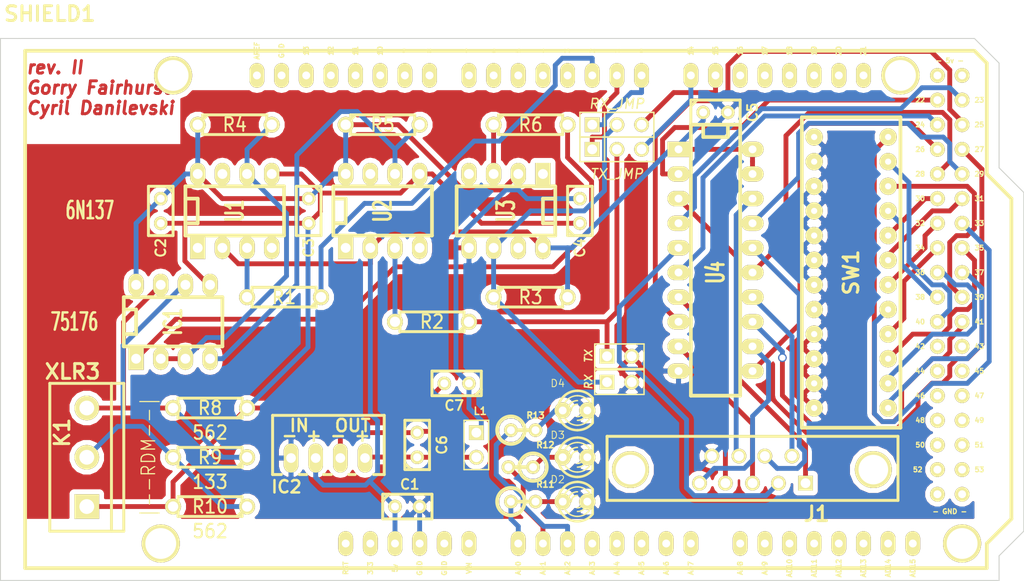
<source format=kicad_pcb>
(kicad_pcb (version 3) (host pcbnew "(2013-may-18)-stable")
  (layers (15 F.Cu signal) (0 B.Cu signal) (18 B.Paste user hide) (19 F.Paste user hide) (20 B.SilkS user hide) (21 F.SilkS user) (22 B.Mask user hide) (23 F.Mask user hide) (28 Edge.Cuts user))
  (net 0 "")
  (net 1 +5V)
  (net 2 +Vout)
  (net 3 -Vout)
  (net 4 /BUF1)
  (net 5 /BUF2)
  (net 6 /BUF3)
  (net 7 /BUF4)
  (net 8 /BUF5)
  (net 9 /BUF6)
  (net 10 /BUF7)
  (net 11 /BUF8)
  (net 12 /IO0)
  (net 13 /IO1)
  (net 14 /IO2)
  (net 15 /IO3)
  (net 16 /IO4)
  (net 17 /J1_1)
  (net 18 /J1_2)
  (net 19 /J1_3)
  (net 20 /J1_4)
  (net 21 /J1_5)
  (net 22 /J1_6)
  (net 23 /J1_7)
  (net 24 /J1_8)
  (net 25 /SW1)
  (net 26 /SW10)
  (net 27 /SW11)
  (net 28 /SW12)
  (net 29 /SW2)
  (net 30 /SW3)
  (net 31 /SW4)
  (net 32 /SW5)
  (net 33 /SW6)
  (net 34 /SW7)
  (net 35 /SW8)
  (net 36 /SW9)
  (net 37 GND)
  (net 38 N-0000024)
  (net 39 N-0000025)
  (net 40 N-0000026)
  (net 41 N-0000027)
  (net 42 N-0000028)
  (net 43 N-0000029)
  (net 44 N-0000030)
  (net 45 N-0000053)
  (net 46 N-0000054)
  (net 47 N-0000055)
  (net 48 N-0000056)
  (net 49 N-0000068)
  (net 50 N-0000069)
  (net 51 N-0000070)
  (net 52 N-0000083)
  (net 53 N-0000084)
  (net 54 N-0000086)
  (module R3-LARGE_PADS (layer F.Cu) (at 300.99 184.15 180)
    (fp_text reference R2 (at 0 0 180) (layer F.SilkS) (effects (font (size 1.397 1.27) (thickness 0.2032))))
    (fp_text value 330 hide)
    (pad 1 thru_hole circle (at -3.81 0 180) (size 1.651 1.651) (drill 1.061) (layers *.Cu *.Mask F.SilkS) (net 45 N-0000053))
    (pad 2 thru_hole circle (at 3.81 0 180) (size 1.651 1.651) (drill 1.061) (layers *.Cu *.Mask F.SilkS) (net 53 N-0000084))
  )
  (module R3-LARGE_PADS (layer F.Cu) (at 285.75 181.61 180)
    (fp_text reference R1 (at 0 0 180) (layer F.SilkS) (effects (font (size 1.397 1.27) (thickness 0.2032))))
    (fp_text value 330 hide)
    (pad 1 thru_hole circle (at -3.81 0 180) (size 1.651 1.651) (drill 1.061) (layers *.Cu *.Mask F.SilkS) (net 14 /IO2))
    (pad 2 thru_hole circle (at 3.81 0 180) (size 1.651 1.651) (drill 1.061) (layers *.Cu *.Mask F.SilkS) (net 54 N-0000086))
  )
  (module "ARDUINO MEGA SHIELD" (layer F.Cu) (at 259.08 209.55)
    (fp_text reference SHIELD1 (at 2.54 -57.15) (layer F.SilkS) (effects (font (size 1.524 1.524) (thickness 0.3048))))
    (fp_text value ARDUINO_MEGA_SHIELD hide)
    (fp_text user AD15 (at 91.44 0 90) (layer F.SilkS) (effects (font (size 0.5 0.5) (thickness 0.125))))
    (fp_text user AD14 (at 88.9 0 90) (layer F.SilkS) (effects (font (size 0.5 0.5) (thickness 0.125))))
    (fp_text user AD13 (at 86.36 0 90) (layer F.SilkS) (effects (font (size 0.5 0.5) (thickness 0.125))))
    (fp_text user AD12 (at 83.82 0 90) (layer F.SilkS) (effects (font (size 0.5 0.5) (thickness 0.125))))
    (fp_text user AD11 (at 81.28 0 90) (layer F.SilkS) (effects (font (size 0.5 0.5) (thickness 0.125))))
    (fp_text user AD10 (at 78.74 0 90) (layer F.SilkS) (effects (font (size 0.5 0.5) (thickness 0.125))))
    (fp_text user AD9 (at 76.2 0 90) (layer F.SilkS) (effects (font (size 0.5 0.5) (thickness 0.125))))
    (fp_text user AD8 (at 73.66 0 90) (layer F.SilkS) (effects (font (size 0.5 0.5) (thickness 0.125))))
    (fp_text user AD7 (at 68.58 0 90) (layer F.SilkS) (effects (font (size 0.5 0.5) (thickness 0.125))))
    (fp_text user AD6 (at 66.04 0 90) (layer F.SilkS) (effects (font (size 0.5 0.5) (thickness 0.125))))
    (fp_text user AD5 (at 63.5 0 90) (layer F.SilkS) (effects (font (size 0.5 0.5) (thickness 0.125))))
    (fp_text user AD4 (at 60.96 0 90) (layer F.SilkS) (effects (font (size 0.5 0.5) (thickness 0.125))))
    (fp_text user AD3 (at 58.42 0 90) (layer F.SilkS) (effects (font (size 0.5 0.5) (thickness 0.125))))
    (fp_text user AD2 (at 55.88 0 90) (layer F.SilkS) (effects (font (size 0.5 0.5) (thickness 0.125))))
    (fp_text user AD1 (at 53.34 0 90) (layer F.SilkS) (effects (font (size 0.5 0.5) (thickness 0.125))))
    (fp_text user AD0 (at 50.8 0 90) (layer F.SilkS) (effects (font (size 0.5 0.5) (thickness 0.125))))
    (fp_text user VIN (at 45.72 0 90) (layer F.SilkS) (effects (font (size 0.5 0.5) (thickness 0.125))))
    (fp_text user GND (at 43.18 0 90) (layer F.SilkS) (effects (font (size 0.5 0.5) (thickness 0.125))))
    (fp_text user GND (at 40.64 0 90) (layer F.SilkS) (effects (font (size 0.5 0.5) (thickness 0.125))))
    (fp_text user 5v (at 38.1 0 90) (layer F.SilkS) (effects (font (size 0.5 0.5) (thickness 0.125))))
    (fp_text user 3v3 (at 35.56 0 90) (layer F.SilkS) (effects (font (size 0.5 0.5) (thickness 0.125))))
    (fp_text user RST (at 33.02 0 90) (layer F.SilkS) (effects (font (size 0.5 0.5) (thickness 0.125))))
    (fp_text user 20 (at 83.82 -53.34 90) (layer F.SilkS) (effects (font (size 0.5 0.5) (thickness 0.125))))
    (fp_text user 19 (at 81.28 -53.34 90) (layer F.SilkS) (effects (font (size 0.5 0.5) (thickness 0.125))))
    (fp_text user 18 (at 78.74 -53.34 90) (layer F.SilkS) (effects (font (size 0.5 0.5) (thickness 0.125))))
    (fp_text user 17 (at 76.2 -53.34 90) (layer F.SilkS) (effects (font (size 0.5 0.5) (thickness 0.125))))
    (fp_text user 16 (at 73.66 -53.34 90) (layer F.SilkS) (effects (font (size 0.5 0.5) (thickness 0.125))))
    (fp_text user 15 (at 71.12 -53.34 90) (layer F.SilkS) (effects (font (size 0.5 0.5) (thickness 0.125))))
    (fp_text user 1 (at 60.96 -53.34 90) (layer F.SilkS) (effects (font (size 0.5 0.5) (thickness 0.125))))
    (fp_text user 2 (at 58.42 -53.34 90) (layer F.SilkS) (effects (font (size 0.5 0.5) (thickness 0.125))))
    (fp_text user 3 (at 55.88 -53.34 90) (layer F.SilkS) (effects (font (size 0.5 0.5) (thickness 0.125))))
    (fp_text user 4 (at 53.34 -53.34 90) (layer F.SilkS) (effects (font (size 0.5 0.5) (thickness 0.125))))
    (fp_text user 5 (at 50.8 -53.34 90) (layer F.SilkS) (effects (font (size 0.5 0.5) (thickness 0.125))))
    (fp_text user 6 (at 48.26 -53.34 90) (layer F.SilkS) (effects (font (size 0.5 0.5) (thickness 0.125))))
    (fp_text user 9 (at 39.116 -53.34 90) (layer F.SilkS) (effects (font (size 0.5 0.5) (thickness 0.125))))
    (fp_text user 10 (at 36.576 -53.34 90) (layer F.SilkS) (effects (font (size 0.5 0.5) (thickness 0.125))))
    (fp_text user 11 (at 34.036 -53.34 90) (layer F.SilkS) (effects (font (size 0.5 0.5) (thickness 0.125))))
    (fp_text user 12 (at 31.496 -53.34 90) (layer F.SilkS) (effects (font (size 0.5 0.5) (thickness 0.125))))
    (fp_text user 50 (at 92.202 -12.7) (layer F.SilkS) (effects (font (size 0.5 0.5) (thickness 0.125))))
    (fp_text user 48 (at 92.202 -15.24) (layer F.SilkS) (effects (font (size 0.5 0.5) (thickness 0.125))))
    (fp_text user 46 (at 92.202 -17.78) (layer F.SilkS) (effects (font (size 0.5 0.5) (thickness 0.125))))
    (fp_text user 44 (at 92.202 -20.32) (layer F.SilkS) (effects (font (size 0.5 0.5) (thickness 0.125))))
    (fp_text user 42 (at 92.202 -22.86) (layer F.SilkS) (effects (font (size 0.5 0.5) (thickness 0.125))))
    (fp_text user 40 (at 92.202 -25.4) (layer F.SilkS) (effects (font (size 0.5 0.5) (thickness 0.125))))
    (fp_text user 38 (at 92.202 -27.94) (layer F.SilkS) (effects (font (size 0.5 0.5) (thickness 0.125))))
    (fp_text user 36 (at 92.202 -30.48) (layer F.SilkS) (effects (font (size 0.5 0.5) (thickness 0.125))))
    (fp_text user 34 (at 92.202 -33.02) (layer F.SilkS) (effects (font (size 0.5 0.5) (thickness 0.125))))
    (fp_text user 32 (at 92.202 -35.56) (layer F.SilkS) (effects (font (size 0.5 0.5) (thickness 0.125))))
    (fp_text user 30 (at 92.202 -38.1) (layer F.SilkS) (effects (font (size 0.5 0.5) (thickness 0.125))))
    (fp_text user 28 (at 92.202 -40.64) (layer F.SilkS) (effects (font (size 0.5 0.5) (thickness 0.125))))
    (fp_text user 26 (at 92.202 -43.18) (layer F.SilkS) (effects (font (size 0.5 0.5) (thickness 0.125))))
    (fp_text user 24 (at 92.202 -45.72) (layer F.SilkS) (effects (font (size 0.5 0.5) (thickness 0.125))))
    (fp_text user 52 (at 91.948 -10.16) (layer F.SilkS) (effects (font (size 0.5 0.5) (thickness 0.125))))
    (fp_text user 53 (at 98.298 -10.16) (layer F.SilkS) (effects (font (size 0.5 0.5) (thickness 0.125))))
    (fp_text user 51 (at 98.298 -12.7) (layer F.SilkS) (effects (font (size 0.5 0.5) (thickness 0.125))))
    (fp_text user 49 (at 98.298 -15.24) (layer F.SilkS) (effects (font (size 0.5 0.5) (thickness 0.125))))
    (fp_text user 47 (at 98.298 -17.78) (layer F.SilkS) (effects (font (size 0.5 0.5) (thickness 0.125))))
    (fp_text user 45 (at 98.298 -20.32) (layer F.SilkS) (effects (font (size 0.5 0.5) (thickness 0.125))))
    (fp_text user 43 (at 98.298 -22.86) (layer F.SilkS) (effects (font (size 0.5 0.5) (thickness 0.125))))
    (fp_text user 41 (at 98.298 -25.4) (layer F.SilkS) (effects (font (size 0.5 0.5) (thickness 0.125))))
    (fp_text user 39 (at 98.298 -27.94) (layer F.SilkS) (effects (font (size 0.5 0.5) (thickness 0.125))))
    (fp_text user 37 (at 98.298 -30.48) (layer F.SilkS) (effects (font (size 0.5 0.5) (thickness 0.125))))
    (fp_text user 35 (at 98.298 -33.02) (layer F.SilkS) (effects (font (size 0.5 0.5) (thickness 0.125))))
    (fp_text user 33 (at 98.298 -35.56) (layer F.SilkS) (effects (font (size 0.5 0.5) (thickness 0.125))))
    (fp_text user 31 (at 98.298 -38.1) (layer F.SilkS) (effects (font (size 0.5 0.5) (thickness 0.125))))
    (fp_text user 29 (at 98.298 -40.64) (layer F.SilkS) (effects (font (size 0.5 0.5) (thickness 0.125))))
    (fp_text user 27 (at 98.298 -43.18) (layer F.SilkS) (effects (font (size 0.5 0.5) (thickness 0.125))))
    (fp_text user 25 (at 98.298 -45.72) (layer F.SilkS) (effects (font (size 0.5 0.5) (thickness 0.125))))
    (fp_text user "- GND -" (at 95.25 -5.842) (layer F.SilkS) (effects (font (size 0.5 0.5) (thickness 0.125))))
    (fp_text user "- 5v -" (at 95.25 -52.324) (layer F.SilkS) (effects (font (size 0.5 0.5) (thickness 0.125))))
    (fp_text user 22 (at 92.202 -48.26) (layer F.SilkS) (effects (font (size 0.5 0.5) (thickness 0.125))))
    (fp_text user 23 (at 98.298 -48.26) (layer F.SilkS) (effects (font (size 0.5 0.5) (thickness 0.125))))
    (fp_text user 21 (at 86.36 -53.34 90) (layer F.SilkS) (effects (font (size 0.5 0.5) (thickness 0.125))))
    (fp_text user 14 (at 68.58 -53.34 90) (layer F.SilkS) (effects (font (size 0.5 0.5) (thickness 0.125))))
    (fp_text user 0 (at 63.5 -53.34 90) (layer F.SilkS) (effects (font (size 0.5 0.5) (thickness 0.125))))
    (fp_text user 7 (at 45.72 -53.34 90) (layer F.SilkS) (effects (font (size 0.5 0.5) (thickness 0.125))))
    (fp_text user 8 (at 41.656 -53.34 90) (layer F.SilkS) (effects (font (size 0.5 0.5) (thickness 0.125))))
    (fp_text user 13 (at 28.956 -53.34 90) (layer F.SilkS) (effects (font (size 0.5 0.5) (thickness 0.125))))
    (fp_text user GND (at 26.416 -53.34 90) (layer F.SilkS) (effects (font (size 0.5 0.5) (thickness 0.125))))
    (fp_text user AREF (at 23.876 -53.34 90) (layer F.SilkS) (effects (font (size 0.5 0.5) (thickness 0.125))))
    (pad 14 thru_hole oval (at 68.58 -50.8 90) (size 2.54 1.524) (drill 0.8128) (layers *.Cu *.Mask F.SilkS) (net 15 /IO3))
    (pad 15 thru_hole oval (at 71.12 -50.8 90) (size 2.54 1.524) (drill 0.8128) (layers *.Cu *.Mask F.SilkS) (net 16 /IO4))
    (pad 16 thru_hole oval (at 73.66 -50.8 90) (size 2.54 1.524) (drill 0.8128) (layers *.Cu *.Mask F.SilkS))
    (pad 17 thru_hole oval (at 76.2 -50.8 90) (size 2.54 1.524) (drill 0.8128) (layers *.Cu *.Mask F.SilkS))
    (pad 18 thru_hole oval (at 78.74 -50.8 90) (size 2.54 1.524) (drill 0.8128) (layers *.Cu *.Mask F.SilkS))
    (pad 19 thru_hole oval (at 81.28 -50.8 90) (size 2.54 1.524) (drill 0.8128) (layers *.Cu *.Mask F.SilkS))
    (pad 20 thru_hole oval (at 83.82 -50.8 90) (size 2.54 1.524) (drill 0.8128) (layers *.Cu *.Mask F.SilkS))
    (pad 21 thru_hole oval (at 86.36 -50.8 90) (size 2.54 1.524) (drill 0.8128) (layers *.Cu *.Mask F.SilkS))
    (pad AD15 thru_hole oval (at 91.44 -2.54 90) (size 2.54 1.524) (drill 0.8128) (layers *.Cu *.Mask F.SilkS))
    (pad AD14 thru_hole oval (at 88.9 -2.54 90) (size 2.54 1.524) (drill 0.8128) (layers *.Cu *.Mask F.SilkS))
    (pad AD13 thru_hole oval (at 86.36 -2.54 90) (size 2.54 1.524) (drill 0.8128) (layers *.Cu *.Mask F.SilkS))
    (pad AD12 thru_hole oval (at 83.82 -2.54 90) (size 2.54 1.524) (drill 0.8128) (layers *.Cu *.Mask F.SilkS))
    (pad AD8 thru_hole oval (at 73.66 -2.54 90) (size 2.54 1.524) (drill 0.8128) (layers *.Cu *.Mask F.SilkS))
    (pad AD7 thru_hole oval (at 68.58 -2.54 90) (size 2.54 1.524) (drill 0.8128) (layers *.Cu *.Mask F.SilkS))
    (pad AD6 thru_hole oval (at 66.04 -2.54 90) (size 2.54 1.524) (drill 0.8128) (layers *.Cu *.Mask F.SilkS))
    (pad AD9 thru_hole oval (at 76.2 -2.54 90) (size 2.54 1.524) (drill 0.8128) (layers *.Cu *.Mask F.SilkS))
    (pad AD10 thru_hole oval (at 78.74 -2.54 90) (size 2.54 1.524) (drill 0.8128) (layers *.Cu *.Mask F.SilkS))
    (pad AD11 thru_hole oval (at 81.28 -2.54 90) (size 2.54 1.524) (drill 0.8128) (layers *.Cu *.Mask F.SilkS))
    (pad AD5 thru_hole oval (at 63.5 -2.54 90) (size 2.54 1.524) (drill 0.8128) (layers *.Cu *.Mask F.SilkS))
    (pad AD4 thru_hole oval (at 60.96 -2.54 90) (size 2.54 1.524) (drill 0.8128) (layers *.Cu *.Mask F.SilkS))
    (pad AD3 thru_hole oval (at 58.42 -2.54 90) (size 2.54 1.524) (drill 0.8128) (layers *.Cu *.Mask F.SilkS))
    (pad AD0 thru_hole oval (at 50.8 -2.54 90) (size 2.54 1.524) (drill 0.8128) (layers *.Cu *.Mask F.SilkS) (net 38 N-0000024))
    (pad AD1 thru_hole oval (at 53.34 -2.54 90) (size 2.54 1.524) (drill 0.8128) (layers *.Cu *.Mask F.SilkS) (net 42 N-0000028))
    (pad AD2 thru_hole oval (at 55.88 -2.54 90) (size 2.54 1.524) (drill 0.8128) (layers *.Cu *.Mask F.SilkS) (net 43 N-0000029))
    (pad V_IN thru_hole oval (at 45.72 -2.54 90) (size 2.54 1.524) (drill 0.8128) (layers *.Cu *.Mask F.SilkS))
    (pad GND2 thru_hole oval (at 43.18 -2.54 90) (size 2.54 1.524) (drill 0.8128) (layers *.Cu *.Mask F.SilkS))
    (pad GND1 thru_hole oval (at 40.64 -2.54 90) (size 2.54 1.524) (drill 0.8128) (layers *.Cu *.Mask F.SilkS) (net 37 GND))
    (pad 3V3 thru_hole oval (at 35.56 -2.54 90) (size 2.54 1.524) (drill 0.8128) (layers *.Cu *.Mask F.SilkS))
    (pad RST thru_hole oval (at 33.02 -2.54 90) (size 2.54 1.524) (drill 0.8128) (layers *.Cu *.Mask F.SilkS))
    (pad 0 thru_hole oval (at 63.5 -50.8 90) (size 2.54 1.524) (drill 0.8128) (layers *.Cu *.Mask F.SilkS) (net 12 /IO0))
    (pad 1 thru_hole oval (at 60.96 -50.8 90) (size 2.54 1.524) (drill 0.8128) (layers *.Cu *.Mask F.SilkS) (net 13 /IO1))
    (pad 2 thru_hole oval (at 58.42 -50.8 90) (size 2.54 1.524) (drill 0.8128) (layers *.Cu *.Mask F.SilkS) (net 14 /IO2))
    (pad 3 thru_hole oval (at 55.88 -50.8 90) (size 2.54 1.524) (drill 0.8128) (layers *.Cu *.Mask F.SilkS))
    (pad 4 thru_hole oval (at 53.34 -50.8 90) (size 2.54 1.524) (drill 0.8128) (layers *.Cu *.Mask F.SilkS))
    (pad 5 thru_hole oval (at 50.8 -50.8 90) (size 2.54 1.524) (drill 0.8128) (layers *.Cu *.Mask F.SilkS))
    (pad 6 thru_hole oval (at 48.26 -50.8 90) (size 2.54 1.524) (drill 0.8128) (layers *.Cu *.Mask F.SilkS))
    (pad 7 thru_hole oval (at 45.72 -50.8 90) (size 2.54 1.524) (drill 0.8128) (layers *.Cu *.Mask F.SilkS))
    (pad 8 thru_hole oval (at 41.656 -50.8 90) (size 2.54 1.524) (drill 0.8128) (layers *.Cu *.Mask F.SilkS))
    (pad 9 thru_hole oval (at 39.116 -50.8 90) (size 2.54 1.524) (drill 0.8128) (layers *.Cu *.Mask F.SilkS))
    (pad 10 thru_hole oval (at 36.576 -50.8 90) (size 2.54 1.524) (drill 0.8128) (layers *.Cu *.Mask F.SilkS))
    (pad 11 thru_hole oval (at 34.036 -50.8 90) (size 2.54 1.524) (drill 0.8128) (layers *.Cu *.Mask F.SilkS))
    (pad 12 thru_hole oval (at 31.496 -50.8 90) (size 2.54 1.524) (drill 0.8128) (layers *.Cu *.Mask F.SilkS))
    (pad 13 thru_hole oval (at 28.956 -50.8 90) (size 2.54 1.524) (drill 0.8128) (layers *.Cu *.Mask F.SilkS))
    (pad GND3 thru_hole oval (at 26.416 -50.8 90) (size 2.54 1.524) (drill 0.8128) (layers *.Cu *.Mask F.SilkS))
    (pad AREF thru_hole oval (at 23.876 -50.8 90) (size 2.54 1.524) (drill 0.8128) (layers *.Cu *.Mask F.SilkS))
    (pad 5V thru_hole oval (at 38.1 -2.54 90) (size 2.54 1.524) (drill 0.8128) (layers *.Cu *.Mask F.SilkS) (net 1 +5V))
    (pad "" thru_hole circle (at 96.52 -2.54 90) (size 3.937 3.937) (drill 3.175) (layers *.Cu *.Mask F.SilkS))
    (pad "" thru_hole circle (at 90.17 -50.8 90) (size 3.937 3.937) (drill 3.175) (layers *.Cu *.Mask F.SilkS))
    (pad "" thru_hole circle (at 15.24 -50.8 90) (size 3.937 3.937) (drill 3.175) (layers *.Cu *.Mask F.SilkS))
    (pad "" thru_hole circle (at 13.97 -2.54 90) (size 3.937 3.937) (drill 3.175) (layers *.Cu *.Mask F.SilkS))
    (pad 22 thru_hole circle (at 93.98 -48.26) (size 1.524 1.524) (drill 0.8128) (layers *.Cu *.Mask F.SilkS) (net 4 /BUF1))
    (pad 23 thru_hole circle (at 96.52 -48.26) (size 1.524 1.524) (drill 0.8128) (layers *.Cu *.Mask F.SilkS) (net 5 /BUF2))
    (pad 24 thru_hole circle (at 93.98 -45.72) (size 1.524 1.524) (drill 0.8128) (layers *.Cu *.Mask F.SilkS) (net 6 /BUF3))
    (pad 25 thru_hole circle (at 96.52 -45.72) (size 1.524 1.524) (drill 0.8128) (layers *.Cu *.Mask F.SilkS) (net 7 /BUF4))
    (pad 26 thru_hole circle (at 93.98 -43.18) (size 1.524 1.524) (drill 0.8128) (layers *.Cu *.Mask F.SilkS) (net 8 /BUF5))
    (pad 27 thru_hole circle (at 96.52 -43.18) (size 1.524 1.524) (drill 0.8128) (layers *.Cu *.Mask F.SilkS) (net 9 /BUF6))
    (pad 28 thru_hole circle (at 93.98 -40.64) (size 1.524 1.524) (drill 0.8128) (layers *.Cu *.Mask F.SilkS) (net 10 /BUF7))
    (pad 29 thru_hole circle (at 96.52 -40.64) (size 1.524 1.524) (drill 0.8128) (layers *.Cu *.Mask F.SilkS) (net 11 /BUF8))
    (pad 5V_4 thru_hole circle (at 93.98 -50.8) (size 1.524 1.524) (drill 0.8128) (layers *.Cu *.Mask F.SilkS))
    (pad 5V_5 thru_hole circle (at 96.52 -50.8) (size 1.524 1.524) (drill 0.8128) (layers *.Cu *.Mask F.SilkS))
    (pad 31 thru_hole circle (at 96.52 -38.1) (size 1.524 1.524) (drill 0.8128) (layers *.Cu *.Mask F.SilkS) (net 34 /SW7))
    (pad 30 thru_hole circle (at 93.98 -38.1) (size 1.524 1.524) (drill 0.8128) (layers *.Cu *.Mask F.SilkS) (net 35 /SW8))
    (pad 32 thru_hole circle (at 93.98 -35.56) (size 1.524 1.524) (drill 0.8128) (layers *.Cu *.Mask F.SilkS) (net 33 /SW6))
    (pad 33 thru_hole circle (at 96.52 -35.56) (size 1.524 1.524) (drill 0.8128) (layers *.Cu *.Mask F.SilkS) (net 32 /SW5))
    (pad 34 thru_hole circle (at 93.98 -33.02) (size 1.524 1.524) (drill 0.8128) (layers *.Cu *.Mask F.SilkS) (net 31 /SW4))
    (pad 35 thru_hole circle (at 96.52 -33.02) (size 1.524 1.524) (drill 0.8128) (layers *.Cu *.Mask F.SilkS) (net 30 /SW3))
    (pad 36 thru_hole circle (at 93.98 -30.48) (size 1.524 1.524) (drill 0.8128) (layers *.Cu *.Mask F.SilkS) (net 29 /SW2))
    (pad 37 thru_hole circle (at 96.52 -30.48) (size 1.524 1.524) (drill 0.8128) (layers *.Cu *.Mask F.SilkS) (net 25 /SW1))
    (pad 38 thru_hole circle (at 93.98 -27.94) (size 1.524 1.524) (drill 0.8128) (layers *.Cu *.Mask F.SilkS) (net 36 /SW9))
    (pad 39 thru_hole circle (at 96.52 -27.94) (size 1.524 1.524) (drill 0.8128) (layers *.Cu *.Mask F.SilkS) (net 26 /SW10))
    (pad 40 thru_hole circle (at 93.98 -25.4) (size 1.524 1.524) (drill 0.8128) (layers *.Cu *.Mask F.SilkS) (net 27 /SW11))
    (pad 41 thru_hole circle (at 96.52 -25.4) (size 1.524 1.524) (drill 0.8128) (layers *.Cu *.Mask F.SilkS) (net 28 /SW12))
    (pad 42 thru_hole circle (at 93.98 -22.86) (size 1.524 1.524) (drill 0.8128) (layers *.Cu *.Mask F.SilkS))
    (pad 43 thru_hole circle (at 96.52 -22.86) (size 1.524 1.524) (drill 0.8128) (layers *.Cu *.Mask F.SilkS))
    (pad 44 thru_hole circle (at 93.98 -20.32) (size 1.524 1.524) (drill 0.8128) (layers *.Cu *.Mask F.SilkS))
    (pad 45 thru_hole circle (at 96.52 -20.32) (size 1.524 1.524) (drill 0.8128) (layers *.Cu *.Mask F.SilkS))
    (pad 46 thru_hole circle (at 93.98 -17.78) (size 1.524 1.524) (drill 0.8128) (layers *.Cu *.Mask F.SilkS))
    (pad 47 thru_hole circle (at 96.52 -17.78) (size 1.524 1.524) (drill 0.8128) (layers *.Cu *.Mask F.SilkS))
    (pad 48 thru_hole circle (at 93.98 -15.24) (size 1.524 1.524) (drill 0.8128) (layers *.Cu *.Mask F.SilkS))
    (pad 49 thru_hole circle (at 96.52 -15.24) (size 1.524 1.524) (drill 0.8128) (layers *.Cu *.Mask F.SilkS))
    (pad 50 thru_hole circle (at 93.98 -12.7) (size 1.524 1.524) (drill 0.8128) (layers *.Cu *.Mask F.SilkS))
    (pad 51 thru_hole circle (at 96.52 -12.7) (size 1.524 1.524) (drill 0.8128) (layers *.Cu *.Mask F.SilkS))
    (pad 52 thru_hole circle (at 93.98 -10.16) (size 1.524 1.524) (drill 0.8128) (layers *.Cu *.Mask F.SilkS))
    (pad 53 thru_hole circle (at 96.52 -10.16) (size 1.524 1.524) (drill 0.8128) (layers *.Cu *.Mask F.SilkS))
    (pad GND4 thru_hole circle (at 93.98 -7.62) (size 1.524 1.524) (drill 0.8128) (layers *.Cu *.Mask F.SilkS))
    (pad GND5 thru_hole circle (at 96.52 -7.62) (size 1.524 1.524) (drill 0.8128) (layers *.Cu *.Mask F.SilkS))
  )
  (module DIP-8__300_ELL (layer F.Cu) (at 274.32 184.15)
    (fp_text reference IC1 (at 0 0 90) (layer F.SilkS) (effects (font (size 1.778 1.143) (thickness 0.3048))))
    (fp_text value 75176 (at -10.16 0) (layer F.SilkS) (effects (font (size 1.778 1.016) (thickness 0.254))))
    (pad 1 thru_hole rect (at -3.81 3.81) (size 1.5748 2.286) (drill 1.016) (layers *.Cu *.Mask F.SilkS) (net 47 N-0000055))
    (pad 2 thru_hole oval (at -1.27 3.81) (size 1.5748 2.286) (drill 1.016) (layers *.Cu *.Mask F.SilkS) (net 48 N-0000056))
    (pad 3 thru_hole oval (at 1.27 3.81) (size 1.5748 2.286) (drill 1.016) (layers *.Cu *.Mask F.SilkS) (net 48 N-0000056))
    (pad 4 thru_hole oval (at 3.81 3.81) (size 1.5748 2.286) (drill 1.016) (layers *.Cu *.Mask F.SilkS) (net 52 N-0000083))
    (pad 5 thru_hole oval (at 3.81 -3.81) (size 1.5748 2.286) (drill 1.016) (layers *.Cu *.Mask F.SilkS) (net 3 -Vout))
    (pad 6 thru_hole oval (at 1.27 -3.81) (size 1.5748 2.286) (drill 1.016) (layers *.Cu *.Mask F.SilkS) (net 49 N-0000068))
    (pad 7 thru_hole oval (at -1.27 -3.81) (size 1.5748 2.286) (drill 1.016) (layers *.Cu *.Mask F.SilkS) (net 50 N-0000069))
    (pad 8 thru_hole oval (at -3.81 -3.81) (size 1.5748 2.286) (drill 1.016) (layers *.Cu *.Mask F.SilkS) (net 2 +Vout))
  )
  (module DIP-8__300_ELL (layer F.Cu) (at 280.67 172.72)
    (fp_text reference U1 (at 0 0 90) (layer F.SilkS) (effects (font (size 1.778 1.143) (thickness 0.3048))))
    (fp_text value 6N137 (at -14.9225 -0.0635) (layer F.SilkS) (effects (font (size 1.778 1.016) (thickness 0.254))))
    (pad 1 thru_hole rect (at -3.81 3.81) (size 1.5748 2.286) (drill 1.016) (layers *.Cu *.Mask F.SilkS))
    (pad 2 thru_hole oval (at -1.27 3.81) (size 1.5748 2.286) (drill 1.016) (layers *.Cu *.Mask F.SilkS) (net 1 +5V))
    (pad 3 thru_hole oval (at 1.27 3.81) (size 1.5748 2.286) (drill 1.016) (layers *.Cu *.Mask F.SilkS) (net 54 N-0000086))
    (pad 4 thru_hole oval (at 3.81 3.81) (size 1.5748 2.286) (drill 1.016) (layers *.Cu *.Mask F.SilkS))
    (pad 5 thru_hole oval (at 3.81 -3.81) (size 1.5748 2.286) (drill 1.016) (layers *.Cu *.Mask F.SilkS) (net 3 -Vout))
    (pad 6 thru_hole oval (at 1.27 -3.81) (size 1.5748 2.286) (drill 1.016) (layers *.Cu *.Mask F.SilkS) (net 48 N-0000056))
    (pad 7 thru_hole oval (at -1.27 -3.81) (size 1.5748 2.286) (drill 1.016) (layers *.Cu *.Mask F.SilkS))
    (pad 8 thru_hole oval (at -3.81 -3.81) (size 1.5748 2.286) (drill 1.016) (layers *.Cu *.Mask F.SilkS) (net 2 +Vout))
  )
  (module DIP-8__300_ELL (layer F.Cu) (at 295.91 172.72)
    (fp_text reference U2 (at 0 0 90) (layer F.SilkS) (effects (font (size 1.778 1.143) (thickness 0.3048))))
    (fp_text value 6N137 hide)
    (pad 1 thru_hole rect (at -3.81 3.81) (size 1.5748 2.286) (drill 1.016) (layers *.Cu *.Mask F.SilkS))
    (pad 2 thru_hole oval (at -1.27 3.81) (size 1.5748 2.286) (drill 1.016) (layers *.Cu *.Mask F.SilkS) (net 1 +5V))
    (pad 3 thru_hole oval (at 1.27 3.81) (size 1.5748 2.286) (drill 1.016) (layers *.Cu *.Mask F.SilkS) (net 53 N-0000084))
    (pad 4 thru_hole oval (at 3.81 3.81) (size 1.5748 2.286) (drill 1.016) (layers *.Cu *.Mask F.SilkS))
    (pad 5 thru_hole oval (at 3.81 -3.81) (size 1.5748 2.286) (drill 1.016) (layers *.Cu *.Mask F.SilkS) (net 3 -Vout))
    (pad 6 thru_hole oval (at 1.27 -3.81) (size 1.5748 2.286) (drill 1.016) (layers *.Cu *.Mask F.SilkS) (net 52 N-0000083))
    (pad 7 thru_hole oval (at -1.27 -3.81) (size 1.5748 2.286) (drill 1.016) (layers *.Cu *.Mask F.SilkS))
    (pad 8 thru_hole oval (at -3.81 -3.81) (size 1.5748 2.286) (drill 1.016) (layers *.Cu *.Mask F.SilkS) (net 2 +Vout))
  )
  (module DIP-8__300_ELL (layer F.Cu) (at 308.61 172.72 180)
    (fp_text reference U3 (at 0 0 270) (layer F.SilkS) (effects (font (size 1.778 1.143) (thickness 0.3048))))
    (fp_text value 6N137 hide)
    (pad 1 thru_hole rect (at -3.81 3.81 180) (size 1.5748 2.286) (drill 1.016) (layers *.Cu *.Mask F.SilkS))
    (pad 2 thru_hole oval (at -1.27 3.81 180) (size 1.5748 2.286) (drill 1.016) (layers *.Cu *.Mask F.SilkS) (net 2 +Vout))
    (pad 3 thru_hole oval (at 1.27 3.81 180) (size 1.5748 2.286) (drill 1.016) (layers *.Cu *.Mask F.SilkS) (net 51 N-0000070))
    (pad 4 thru_hole oval (at 3.81 3.81 180) (size 1.5748 2.286) (drill 1.016) (layers *.Cu *.Mask F.SilkS))
    (pad 5 thru_hole oval (at 3.81 -3.81 180) (size 1.5748 2.286) (drill 1.016) (layers *.Cu *.Mask F.SilkS) (net 37 GND))
    (pad 6 thru_hole oval (at 1.27 -3.81 180) (size 1.5748 2.286) (drill 1.016) (layers *.Cu *.Mask F.SilkS) (net 46 N-0000054))
    (pad 7 thru_hole oval (at -1.27 -3.81 180) (size 1.5748 2.286) (drill 1.016) (layers *.Cu *.Mask F.SilkS))
    (pad 8 thru_hole oval (at -3.81 -3.81 180) (size 1.5748 2.286) (drill 1.016) (layers *.Cu *.Mask F.SilkS) (net 1 +5V))
  )
  (module C1 (layer F.Cu) (at 298.45 203.2)
    (fp_text reference C1 (at 0.254 -2.286) (layer F.SilkS) (effects (font (size 1.016 1.016) (thickness 0.2032))))
    (fp_text value 100nF hide)
    (pad 1 thru_hole circle (at -1.27 0) (size 1.397 1.397) (drill 0.8128) (layers *.Cu *.Mask F.SilkS) (net 1 +5V))
    (pad 2 thru_hole circle (at 1.27 0) (size 1.397 1.397) (drill 0.8128) (layers *.Cu *.Mask F.SilkS) (net 37 GND))
  )
  (module R3-LARGE_PADS (layer F.Cu) (at 278.13 203.2 180)
    (fp_text reference R10 (at 0 0 180) (layer F.SilkS) (effects (font (size 1.397 1.27) (thickness 0.2032))))
    (fp_text value 562 (at 0 -2.54 180) (layer F.SilkS) (effects (font (size 1.397 1.27) (thickness 0.2032))))
    (pad 1 thru_hole circle (at -3.81 0 180) (size 1.651 1.651) (drill 1.061) (layers *.Cu *.Mask F.SilkS) (net 49 N-0000068))
    (pad 2 thru_hole circle (at 3.81 0 180) (size 1.651 1.651) (drill 1.061) (layers *.Cu *.Mask F.SilkS) (net 3 -Vout))
  )
  (module R3-LARGE_PADS (layer F.Cu) (at 278.13 198.12 180)
    (fp_text reference R9 (at 0 0 180) (layer F.SilkS) (effects (font (size 1.397 1.27) (thickness 0.2032))))
    (fp_text value 133 (at 0 -2.54 180) (layer F.SilkS) (effects (font (size 1.397 1.27) (thickness 0.2032))))
    (pad 1 thru_hole circle (at -3.81 0 180) (size 1.651 1.651) (drill 1.061) (layers *.Cu *.Mask F.SilkS) (net 50 N-0000069))
    (pad 2 thru_hole circle (at 3.81 0 180) (size 1.651 1.651) (drill 1.061) (layers *.Cu *.Mask F.SilkS) (net 49 N-0000068))
  )
  (module R3-LARGE_PADS (layer F.Cu) (at 278.13 193.04 180)
    (fp_text reference R8 (at 0 0 180) (layer F.SilkS) (effects (font (size 1.397 1.27) (thickness 0.2032))))
    (fp_text value 562 (at 0 -2.54 180) (layer F.SilkS) (effects (font (size 1.397 1.27) (thickness 0.2032))))
    (pad 1 thru_hole circle (at -3.81 0 180) (size 1.651 1.651) (drill 1.061) (layers *.Cu *.Mask F.SilkS) (net 3 -Vout))
    (pad 2 thru_hole circle (at 3.81 0 180) (size 1.651 1.651) (drill 1.061) (layers *.Cu *.Mask F.SilkS) (net 50 N-0000069))
  )
  (module R3-LARGE_PADS (layer F.Cu) (at 311.15 163.83)
    (fp_text reference R6 (at 0 0) (layer F.SilkS) (effects (font (size 1.397 1.27) (thickness 0.2032))))
    (fp_text value 470 hide)
    (pad 1 thru_hole circle (at -3.81 0) (size 1.651 1.651) (drill 1.061) (layers *.Cu *.Mask F.SilkS) (net 51 N-0000070))
    (pad 2 thru_hole circle (at 3.81 0) (size 1.651 1.651) (drill 1.061) (layers *.Cu *.Mask F.SilkS) (net 47 N-0000055))
  )
  (module R3-LARGE_PADS (layer F.Cu) (at 280.67 163.83)
    (fp_text reference R4 (at 0 0) (layer F.SilkS) (effects (font (size 1.397 1.27) (thickness 0.2032))))
    (fp_text value 470 hide)
    (pad 1 thru_hole circle (at -3.81 0) (size 1.651 1.651) (drill 1.061) (layers *.Cu *.Mask F.SilkS) (net 2 +Vout))
    (pad 2 thru_hole circle (at 3.81 0) (size 1.651 1.651) (drill 1.061) (layers *.Cu *.Mask F.SilkS) (net 48 N-0000056))
  )
  (module R3-LARGE_PADS (layer F.Cu) (at 295.91 163.83)
    (fp_text reference R5 (at 0 0) (layer F.SilkS) (effects (font (size 1.397 1.27) (thickness 0.2032))))
    (fp_text value 470 hide)
    (pad 1 thru_hole circle (at -3.81 0) (size 1.651 1.651) (drill 1.061) (layers *.Cu *.Mask F.SilkS) (net 2 +Vout))
    (pad 2 thru_hole circle (at 3.81 0) (size 1.651 1.651) (drill 1.061) (layers *.Cu *.Mask F.SilkS) (net 52 N-0000083))
  )
  (module R3-LARGE_PADS (layer F.Cu) (at 311.15 181.61)
    (fp_text reference R3 (at 0 0) (layer F.SilkS) (effects (font (size 1.397 1.27) (thickness 0.2032))))
    (fp_text value 470 hide)
    (pad 1 thru_hole circle (at -3.81 0) (size 1.651 1.651) (drill 1.061) (layers *.Cu *.Mask F.SilkS) (net 46 N-0000054))
    (pad 2 thru_hole circle (at 3.81 0) (size 1.651 1.651) (drill 1.061) (layers *.Cu *.Mask F.SilkS) (net 1 +5V))
  )
  (module DB9MD (layer F.Cu) (at 334.01 199.39 180)
    (fp_text reference J1 (at -6.604 -4.572 180) (layer F.SilkS) (effects (font (size 1.524 1.524) (thickness 0.3048))))
    (fp_text value DB9 hide)
    (pad 0 thru_hole circle (at -12.446 0 180) (size 3.81 3.81) (drill 3.048) (layers *.Cu *.Mask F.SilkS))
    (pad 0 thru_hole circle (at 12.573 0 180) (size 3.81 3.81) (drill 3.048) (layers *.Cu *.Mask F.SilkS))
    (pad 1 thru_hole rect (at -5.461 -1.397 180) (size 1.524 1.524) (drill 1.016) (layers *.Cu *.Mask F.SilkS) (net 17 /J1_1))
    (pad 2 thru_hole circle (at -2.667 -1.397 180) (size 1.524 1.524) (drill 1.016) (layers *.Cu *.Mask F.SilkS) (net 18 /J1_2))
    (pad 3 thru_hole circle (at 0 -1.397 180) (size 1.524 1.524) (drill 1.016) (layers *.Cu *.Mask F.SilkS) (net 19 /J1_3))
    (pad 4 thru_hole circle (at 2.794 -1.397 180) (size 1.524 1.524) (drill 1.016) (layers *.Cu *.Mask F.SilkS) (net 20 /J1_4))
    (pad 5 thru_hole circle (at 5.461 -1.397 180) (size 1.524 1.524) (drill 1.016) (layers *.Cu *.Mask F.SilkS) (net 21 /J1_5))
    (pad 6 thru_hole circle (at -4.064 1.397 180) (size 1.524 1.524) (drill 1.016) (layers *.Cu *.Mask F.SilkS) (net 22 /J1_6))
    (pad 7 thru_hole circle (at -1.27 1.397 180) (size 1.524 1.524) (drill 1.016) (layers *.Cu *.Mask F.SilkS) (net 23 /J1_7))
    (pad 8 thru_hole circle (at 1.397 1.397 180) (size 1.524 1.524) (drill 1.016) (layers *.Cu *.Mask F.SilkS) (net 24 /J1_8))
    (pad 9 thru_hole circle (at 4.191 1.397 180) (size 1.524 1.524) (drill 1.016) (layers *.Cu *.Mask F.SilkS) (net 37 GND))
  )
  (module bornier3 (layer F.Cu) (at 265.43 198.12 90)
    (fp_text reference K1 (at 2.54 -2.54 90) (layer F.SilkS) (effects (font (size 1.524 1.524) (thickness 0.3048))))
    (fp_text value XLR3 (at 8.8265 -1.4605 180) (layer F.SilkS) (effects (font (size 1.524 1.524) (thickness 0.3048))))
    (pad 1 thru_hole rect (at -5.08 0 90) (size 2.54 2.54) (drill 1.524) (layers *.Cu *.Mask F.SilkS) (net 3 -Vout))
    (pad 2 thru_hole circle (at 0 0 90) (size 2.54 2.54) (drill 1.524) (layers *.Cu *.Mask F.SilkS) (net 49 N-0000068))
    (pad 3 thru_hole circle (at 5.08 0 90) (size 2.54 2.54) (drill 1.524) (layers *.Cu *.Mask F.SilkS) (net 50 N-0000069))
  )
  (module DCDC-Conv_TRACO_TME05xx_TME12xx_RevA_27Mar2011 (layer F.Cu) (at 290.322 196.85)
    (fp_text reference IC2 (at -4.318 4.318) (layer F.SilkS) (effects (font (size 1.27 1.27) (thickness 0.254))))
    (fp_text value 0505 hide)
    (fp_text user OUT (at 2.49936 -1.99898) (layer F.SilkS) (effects (font (size 1.27 1.27) (thickness 0.254))))
    (fp_text user IN (at -2.99974 -1.99898) (layer F.SilkS) (effects (font (size 1.27 1.27) (thickness 0.254))))
    (fp_text user + (at 3.50012 -1.00076) (layer F.SilkS) (effects (font (size 1.27 1.27) (thickness 0.254))))
    (fp_text user + (at -1.50114 -1.00076) (layer F.SilkS) (effects (font (size 1.27 1.27) (thickness 0.254))))
    (fp_text user - (at 1.00076 -1.00076) (layer F.SilkS) (effects (font (size 1.27 1.27) (thickness 0.254))))
    (fp_text user - (at -4.0005 -1.00076) (layer F.SilkS) (effects (font (size 1.27 1.27) (thickness 0.254))))
    (pad 1 thru_hole oval (at -3.85064 1.34874) (size 1.50114 2.99974) (drill 1.00076) (layers *.Cu *.Mask F.SilkS) (net 37 GND))
    (pad 2 thru_hole oval (at -1.31064 1.34874) (size 1.50114 2.99974) (drill 1.00076) (layers *.Cu *.Mask F.SilkS) (net 1 +5V))
    (pad 3 thru_hole oval (at 1.22936 1.34874) (size 1.50114 2.99974) (drill 1.00076) (layers *.Cu *.Mask F.SilkS) (net 3 -Vout))
    (pad 4 thru_hole oval (at 3.76936 1.34874) (size 1.50114 2.99974) (drill 1.00076) (layers *.Cu *.Mask F.SilkS) (net 44 N-0000030))
  )
  (module C1 (layer F.Cu) (at 316.23 172.72 90)
    (fp_text reference C4 (at -3.81 0 90) (layer F.SilkS) (effects (font (size 1.016 1.016) (thickness 0.2032))))
    (fp_text value 100nF hide)
    (pad 1 thru_hole circle (at -1.27 0 90) (size 1.397 1.397) (drill 0.8128) (layers *.Cu *.Mask F.SilkS) (net 3 -Vout))
    (pad 2 thru_hole circle (at 1.27 0 90) (size 1.397 1.397) (drill 0.8128) (layers *.Cu *.Mask F.SilkS) (net 2 +Vout))
  )
  (module C1 (layer F.Cu) (at 273.05 172.72 270)
    (fp_text reference C2 (at 3.81 0 270) (layer F.SilkS) (effects (font (size 1.016 1.016) (thickness 0.2032))))
    (fp_text value 100nF hide)
    (pad 1 thru_hole circle (at -1.27 0 270) (size 1.397 1.397) (drill 0.8128) (layers *.Cu *.Mask F.SilkS) (net 2 +Vout))
    (pad 2 thru_hole circle (at 1.27 0 270) (size 1.397 1.397) (drill 0.8128) (layers *.Cu *.Mask F.SilkS) (net 3 -Vout))
  )
  (module C1 (layer F.Cu) (at 330.2 162.56)
    (fp_text reference C5 (at 3.81 0 90) (layer F.SilkS) (effects (font (size 1.016 1.016) (thickness 0.2032))))
    (fp_text value 100nF hide)
    (pad 1 thru_hole circle (at -1.27 0) (size 1.397 1.397) (drill 0.8128) (layers *.Cu *.Mask F.SilkS) (net 1 +5V))
    (pad 2 thru_hole circle (at 1.27 0) (size 1.397 1.397) (drill 0.8128) (layers *.Cu *.Mask F.SilkS) (net 37 GND))
  )
  (module C1 (layer F.Cu) (at 288.29 172.72 270)
    (fp_text reference C3 (at 3.81 0 270) (layer F.SilkS) (effects (font (size 1.016 1.016) (thickness 0.2032))))
    (fp_text value 100nF hide)
    (pad 1 thru_hole circle (at -1.27 0 270) (size 1.397 1.397) (drill 0.8128) (layers *.Cu *.Mask F.SilkS) (net 2 +Vout))
    (pad 2 thru_hole circle (at 1.27 0 270) (size 1.397 1.397) (drill 0.8128) (layers *.Cu *.Mask F.SilkS) (net 3 -Vout))
  )
  (module PIN_ARRAY_2X1 (layer F.Cu) (at 320.294 190.373)
    (fp_text reference P2 hide)
    (fp_text value RX (at -3.175 0 90) (layer F.SilkS) (effects (font (size 0.762 0.762) (thickness 0.1524) italic)))
    (pad 1 thru_hole rect (at -1.27 0) (size 1.524 1.524) (drill 1.016) (layers *.Cu *.Mask F.SilkS) (net 46 N-0000054))
    (pad 2 thru_hole circle (at 1.27 0) (size 1.524 1.524) (drill 1.016) (layers *.Cu *.Mask F.SilkS) (net 37 GND))
  )
  (module PIN_ARRAY_2X1 (layer F.Cu) (at 320.294 187.706)
    (fp_text reference P3 hide)
    (fp_text value TX (at -3.175 0 90) (layer F.SilkS) (effects (font (size 0.762 0.762) (thickness 0.1524) italic)))
    (pad 1 thru_hole rect (at -1.27 0) (size 1.524 1.524) (drill 1.016) (layers *.Cu *.Mask F.SilkS) (net 45 N-0000053))
    (pad 2 thru_hole circle (at 1.27 0) (size 1.524 1.524) (drill 1.016) (layers *.Cu *.Mask F.SilkS) (net 37 GND))
  )
  (module PIN_ARRAY_2X1 (layer F.Cu) (at 305.562 196.85 270)
    (fp_text reference L1 (at -3.49 -0.395 360) (layer F.SilkS) (effects (font (size 0.762 0.762) (thickness 0.1524))))
    (fp_text value 47uH hide)
    (pad 1 thru_hole rect (at -1.27 0 270) (size 1.524 1.524) (drill 1.016) (layers *.Cu *.Mask F.SilkS) (net 2 +Vout))
    (pad 2 thru_hole circle (at 1.27 0 270) (size 1.524 1.524) (drill 1.016) (layers *.Cu *.Mask F.SilkS) (net 44 N-0000030))
  )
  (module DIP-20__300_ELL (layer F.Cu) (at 330.2 177.8 270)
    (fp_text reference U4 (at 1.27 0 270) (layer F.SilkS) (effects (font (size 1.778 1.143) (thickness 0.3048))))
    (fp_text value 74HTC240 hide)
    (pad 1 thru_hole rect (at -11.43 3.81 270) (size 1.5748 2.286) (drill 0.8128) (layers *.Cu *.Mask F.SilkS) (net 1 +5V))
    (pad 2 thru_hole oval (at -8.89 3.81 270) (size 1.5748 2.286) (drill 0.8128) (layers *.Cu *.Mask F.SilkS) (net 4 /BUF1))
    (pad 3 thru_hole oval (at -6.35 3.81 270) (size 1.5748 2.286) (drill 0.8128) (layers *.Cu *.Mask F.SilkS) (net 17 /J1_1))
    (pad 4 thru_hole oval (at -3.81 3.81 270) (size 1.5748 2.286) (drill 0.8128) (layers *.Cu *.Mask F.SilkS) (net 5 /BUF2))
    (pad 5 thru_hole oval (at -1.27 3.81 270) (size 1.5748 2.286) (drill 0.8128) (layers *.Cu *.Mask F.SilkS) (net 18 /J1_2))
    (pad 6 thru_hole oval (at 1.27 3.81 270) (size 1.5748 2.286) (drill 0.8128) (layers *.Cu *.Mask F.SilkS) (net 6 /BUF3))
    (pad 7 thru_hole oval (at 3.81 3.81 270) (size 1.5748 2.286) (drill 0.8128) (layers *.Cu *.Mask F.SilkS) (net 19 /J1_3))
    (pad 8 thru_hole oval (at 6.35 3.81 270) (size 1.5748 2.286) (drill 0.8128) (layers *.Cu *.Mask F.SilkS) (net 7 /BUF4))
    (pad 9 thru_hole oval (at 8.89 3.81 270) (size 1.5748 2.286) (drill 0.8128) (layers *.Cu *.Mask F.SilkS) (net 20 /J1_4))
    (pad 10 thru_hole oval (at 11.43 3.81 270) (size 1.5748 2.286) (drill 0.8128) (layers *.Cu *.Mask F.SilkS) (net 37 GND))
    (pad 11 thru_hole oval (at 11.43 -3.81 270) (size 1.5748 2.286) (drill 0.8128) (layers *.Cu *.Mask F.SilkS) (net 8 /BUF5))
    (pad 12 thru_hole oval (at 8.89 -3.81 270) (size 1.5748 2.286) (drill 0.8128) (layers *.Cu *.Mask F.SilkS) (net 21 /J1_5))
    (pad 13 thru_hole oval (at 6.35 -3.81 270) (size 1.5748 2.286) (drill 0.8128) (layers *.Cu *.Mask F.SilkS) (net 9 /BUF6))
    (pad 14 thru_hole oval (at 3.81 -3.81 270) (size 1.5748 2.286) (drill 0.8128) (layers *.Cu *.Mask F.SilkS) (net 22 /J1_6))
    (pad 15 thru_hole oval (at 1.27 -3.81 270) (size 1.5748 2.286) (drill 0.8128) (layers *.Cu *.Mask F.SilkS) (net 10 /BUF7))
    (pad 16 thru_hole oval (at -1.27 -3.81 270) (size 1.5748 2.286) (drill 0.8128) (layers *.Cu *.Mask F.SilkS) (net 23 /J1_7))
    (pad 17 thru_hole oval (at -3.81 -3.81 270) (size 1.5748 2.286) (drill 0.8128) (layers *.Cu *.Mask F.SilkS) (net 11 /BUF8))
    (pad 18 thru_hole oval (at -6.35 -3.81 270) (size 1.5748 2.286) (drill 0.8128) (layers *.Cu *.Mask F.SilkS) (net 24 /J1_8))
    (pad 19 thru_hole oval (at -8.89 -3.81 270) (size 1.5748 2.286) (drill 0.8128) (layers *.Cu *.Mask F.SilkS) (net 1 +5V))
    (pad 20 thru_hole oval (at -11.43 -3.81 270) (size 1.5748 2.286) (drill 0.8128) (layers *.Cu *.Mask F.SilkS) (net 1 +5V))
  )
  (module C1 (layer F.Cu) (at 299.466 196.85 90)
    (fp_text reference C6 (at 0 2.54 90) (layer F.SilkS) (effects (font (size 1.016 1.016) (thickness 0.2032))))
    (fp_text value 47uF hide)
    (pad 1 thru_hole circle (at -1.27 0 90) (size 1.397 1.397) (drill 0.8128) (layers *.Cu *.Mask F.SilkS) (net 44 N-0000030))
    (pad 2 thru_hole circle (at 1.27 0 90) (size 1.397 1.397) (drill 0.8128) (layers *.Cu *.Mask F.SilkS) (net 3 -Vout))
  )
  (module C1 (layer F.Cu) (at 303.53 190.5 180)
    (fp_text reference C7 (at 0.254 -2.286 180) (layer F.SilkS) (effects (font (size 1.016 1.016) (thickness 0.2032))))
    (fp_text value 10nF hide)
    (pad 1 thru_hole circle (at -1.27 0 180) (size 1.397 1.397) (drill 0.8128) (layers *.Cu *.Mask F.SilkS) (net 2 +Vout))
    (pad 2 thru_hole circle (at 1.27 0 180) (size 1.397 1.397) (drill 0.8128) (layers *.Cu *.Mask F.SilkS) (net 3 -Vout))
  )
  (module R1 (layer F.Cu) (at 310.388 202.692)
    (fp_text reference R11 (at 2.286 -1.778) (layer F.SilkS) (effects (font (size 0.635 0.635) (thickness 0.15875))))
    (fp_text value 220 hide)
    (pad 1 thru_hole circle (at -1.27 0) (size 1.397 1.397) (drill 0.8128) (layers *.Cu *.Mask F.SilkS) (net 38 N-0000024))
    (pad 2 thru_hole circle (at 1.27 0) (size 1.397 1.397) (drill 0.8128) (layers *.Cu *.Mask F.SilkS) (net 39 N-0000025))
  )
  (module R1 (layer F.Cu) (at 310.134 199.136 180)
    (fp_text reference R12 (at -2.54 2.286 180) (layer F.SilkS) (effects (font (size 0.635 0.635) (thickness 0.15875))))
    (fp_text value 220 hide)
    (pad 1 thru_hole circle (at -1.27 0 180) (size 1.397 1.397) (drill 0.8128) (layers *.Cu *.Mask F.SilkS) (net 41 N-0000027))
    (pad 2 thru_hole circle (at 1.27 0 180) (size 1.397 1.397) (drill 0.8128) (layers *.Cu *.Mask F.SilkS) (net 42 N-0000028))
  )
  (module R1 (layer F.Cu) (at 310.388 195.326)
    (fp_text reference R13 (at 1.27 -1.524) (layer F.SilkS) (effects (font (size 0.635 0.635) (thickness 0.15875))))
    (fp_text value 220 hide)
    (pad 1 thru_hole circle (at -1.27 0) (size 1.397 1.397) (drill 0.8128) (layers *.Cu *.Mask F.SilkS) (net 43 N-0000029))
    (pad 2 thru_hole circle (at 1.27 0) (size 1.397 1.397) (drill 0.8128) (layers *.Cu *.Mask F.SilkS) (net 40 N-0000026))
  )
  (module LED-3MM (layer F.Cu) (at 315.722 202.692)
    (fp_text reference D2 (at -1.778 -2.286) (layer F.SilkS) (effects (font (size 0.762 0.762) (thickness 0.0889))))
    (fp_text value LED hide)
    (pad 1 thru_hole circle (at -1.27 0) (size 1.6764 1.6764) (drill 0.8128) (layers *.Cu *.Mask F.SilkS) (net 39 N-0000025))
    (pad 2 thru_hole circle (at 1.27 0) (size 1.6764 1.6764) (drill 0.8128) (layers *.Cu *.Mask F.SilkS) (net 37 GND))
  )
  (module LED-3MM (layer F.Cu) (at 315.722 198.12)
    (fp_text reference D3 (at -1.778 -2.286) (layer F.SilkS) (effects (font (size 0.762 0.762) (thickness 0.0889))))
    (fp_text value LED hide)
    (pad 1 thru_hole circle (at -1.27 0) (size 1.6764 1.6764) (drill 0.8128) (layers *.Cu *.Mask F.SilkS) (net 41 N-0000027))
    (pad 2 thru_hole circle (at 1.27 0) (size 1.6764 1.6764) (drill 0.8128) (layers *.Cu *.Mask F.SilkS) (net 37 GND))
  )
  (module LED-3MM (layer F.Cu) (at 315.722 193.294)
    (fp_text reference D4 (at -1.778 -2.794) (layer F.SilkS) (effects (font (size 0.762 0.762) (thickness 0.0889))))
    (fp_text value LED hide)
    (pad 1 thru_hole circle (at -1.27 0) (size 1.6764 1.6764) (drill 0.8128) (layers *.Cu *.Mask F.SilkS) (net 40 N-0000026))
    (pad 2 thru_hole circle (at 1.27 0) (size 1.6764 1.6764) (drill 0.8128) (layers *.Cu *.Mask F.SilkS) (net 37 GND))
  )
  (module PIN_ARRAY_3X1 (layer F.Cu) (at 320.04 163.83)
    (fp_text reference P1 hide)
    (fp_text value RX_JMP (at 0 -2.159) (layer F.SilkS) (effects (font (size 1.016 1.016) (thickness 0.1524) italic)))
    (pad 1 thru_hole rect (at -2.54 0) (size 1.524 1.524) (drill 1.016) (layers *.Cu *.Mask F.SilkS) (net 12 /IO0))
    (pad 2 thru_hole circle (at 0 0) (size 1.524 1.524) (drill 1.016) (layers *.Cu *.Mask F.SilkS) (net 46 N-0000054))
    (pad 3 thru_hole circle (at 2.54 0) (size 1.524 1.524) (drill 1.016) (layers *.Cu *.Mask F.SilkS) (net 16 /IO4))
  )
  (module PIN_ARRAY_3X1 (layer F.Cu) (at 320.04 166.37)
    (fp_text reference P4 hide)
    (fp_text value TX_JMP (at 0 2.54) (layer F.SilkS) (effects (font (size 1.016 1.016) (thickness 0.1524) italic)))
    (pad 1 thru_hole rect (at -2.54 0) (size 1.524 1.524) (drill 1.016) (layers *.Cu *.Mask F.SilkS) (net 13 /IO1))
    (pad 2 thru_hole circle (at 0 0) (size 1.524 1.524) (drill 1.016) (layers *.Cu *.Mask F.SilkS) (net 45 N-0000053))
    (pad 3 thru_hole circle (at 2.54 0) (size 1.524 1.524) (drill 1.016) (layers *.Cu *.Mask F.SilkS) (net 15 /IO3))
  )
  (module DIPS-DS12 (layer F.Cu) (at 344.17 179.07 90)
    (fp_text reference SW1 (at 0 0 90) (layer F.SilkS) (effects (font (size 1.524 1.524) (thickness 0.3048))))
    (fp_text value DIPS hide)
    (pad 1 thru_hole circle (at -13.97 3.81 90) (size 1.778 1.778) (drill 0.635) (layers *.Cu *.Mask F.SilkS) (net 25 /SW1))
    (pad 2 thru_hole circle (at -11.43 3.81 90) (size 1.778 1.778) (drill 0.635) (layers *.Cu *.Mask F.SilkS) (net 29 /SW2))
    (pad 3 thru_hole circle (at -8.89 3.81 90) (size 1.778 1.778) (drill 0.635) (layers *.Cu *.Mask F.SilkS) (net 30 /SW3))
    (pad 4 thru_hole circle (at -6.35 3.81 90) (size 1.778 1.778) (drill 0.635) (layers *.Cu *.Mask F.SilkS) (net 31 /SW4))
    (pad 5 thru_hole circle (at -3.81 3.81 90) (size 1.778 1.778) (drill 0.635) (layers *.Cu *.Mask F.SilkS) (net 32 /SW5))
    (pad 6 thru_hole circle (at -1.27 3.81 90) (size 1.778 1.778) (drill 0.635) (layers *.Cu *.Mask F.SilkS) (net 33 /SW6))
    (pad 7 thru_hole circle (at 1.27 3.81 90) (size 1.778 1.778) (drill 0.635) (layers *.Cu *.Mask F.SilkS) (net 34 /SW7))
    (pad 8 thru_hole circle (at 3.81 3.81 90) (size 1.778 1.778) (drill 0.635) (layers *.Cu *.Mask F.SilkS) (net 35 /SW8))
    (pad 9 thru_hole circle (at 6.35 3.81 90) (size 1.778 1.778) (drill 0.635) (layers *.Cu *.Mask F.SilkS) (net 36 /SW9))
    (pad 10 thru_hole circle (at 8.89 3.81 90) (size 1.778 1.778) (drill 0.635) (layers *.Cu *.Mask F.SilkS) (net 26 /SW10))
    (pad 11 thru_hole circle (at 11.43 3.81 90) (size 1.778 1.778) (drill 0.635) (layers *.Cu *.Mask F.SilkS) (net 27 /SW11))
    (pad 12 thru_hole circle (at 13.97 3.81 90) (size 1.778 1.778) (drill 0.635) (layers *.Cu *.Mask F.SilkS) (net 28 /SW12))
    (pad 13 thru_hole circle (at 13.97 -3.81 90) (size 1.778 1.778) (drill 0.635) (layers *.Cu *.Mask F.SilkS) (net 37 GND))
    (pad 14 thru_hole circle (at 11.43 -3.81 90) (size 1.778 1.778) (drill 0.635) (layers *.Cu *.Mask F.SilkS) (net 37 GND))
    (pad 15 thru_hole circle (at 8.89 -3.81 90) (size 1.778 1.778) (drill 0.635) (layers *.Cu *.Mask F.SilkS) (net 37 GND))
    (pad 16 thru_hole circle (at 6.35 -3.81 90) (size 1.778 1.778) (drill 0.635) (layers *.Cu *.Mask F.SilkS) (net 37 GND))
    (pad 17 thru_hole circle (at 3.81 -3.81 90) (size 1.778 1.778) (drill 0.635) (layers *.Cu *.Mask F.SilkS) (net 37 GND))
    (pad 18 thru_hole circle (at 1.27 -3.81 90) (size 1.778 1.778) (drill 0.635) (layers *.Cu *.Mask F.SilkS) (net 37 GND))
    (pad 19 thru_hole circle (at -1.27 -3.81 90) (size 1.778 1.778) (drill 0.635) (layers *.Cu *.Mask F.SilkS) (net 37 GND))
    (pad 20 thru_hole circle (at -3.81 -3.81 90) (size 1.778 1.778) (drill 0.635) (layers *.Cu *.Mask F.SilkS) (net 37 GND))
    (pad 21 thru_hole circle (at -6.35 -3.81 90) (size 1.778 1.778) (drill 0.635) (layers *.Cu *.Mask F.SilkS) (net 37 GND))
    (pad 22 thru_hole circle (at -8.89 -3.81 90) (size 1.778 1.778) (drill 0.635) (layers *.Cu *.Mask F.SilkS) (net 37 GND))
    (pad 23 thru_hole circle (at -11.43 -3.81 90) (size 1.778 1.778) (drill 0.635) (layers *.Cu *.Mask F.SilkS) (net 37 GND))
    (pad 24 thru_hole circle (at -13.97 -3.81 90) (size 1.778 1.778) (drill 0.635) (layers *.Cu *.Mask F.SilkS) (net 37 GND))
  )
  (gr_text |--RDM--| (at 271.78 198.12 90) (layer F.SilkS) (effects (font (size 1.397 1.27) (thickness 0.125))))
  (gr_text "rev. II\nGorry Fairhurst\nCyril Danilevski" (at 259.08 160.02) (layer F.Cu) (effects (font (size 1.3 1.3) (thickness 0.3) italic) (justify left)))
  (gr_line (start 256.54 154.94) (end 258.445 154.94) (angle 90) (layer Edge.Cuts) (width 0.1))
  (gr_line (start 256.54 210.82) (end 256.54 154.94) (angle 90) (layer Edge.Cuts) (width 0.1))
  (gr_line (start 359.41 210.82) (end 256.54 210.82) (angle 90) (layer Edge.Cuts) (width 0.1))
  (gr_line (start 359.41 208.28) (end 359.41 210.82) (angle 90) (layer Edge.Cuts) (width 0.1))
  (gr_line (start 361.95 205.74) (end 359.41 208.28) (angle 90) (layer Edge.Cuts) (width 0.1))
  (gr_line (start 361.95 170.815) (end 361.95 205.74) (angle 90) (layer Edge.Cuts) (width 0.1))
  (gr_line (start 359.41 168.275) (end 361.95 170.815) (angle 90) (layer Edge.Cuts) (width 0.1))
  (gr_line (start 359.41 157.48) (end 359.41 168.275) (angle 90) (layer Edge.Cuts) (width 0.1))
  (gr_line (start 356.87 154.94) (end 359.41 157.48) (angle 90) (layer Edge.Cuts) (width 0.1))
  (gr_line (start 258.445 154.94) (end 356.87 154.94) (angle 90) (layer Edge.Cuts) (width 0.1))
  (segment (start 297.18 203.2) (end 297.18 207.01) (width 0.5) (layer B.Cu) (net 1))
  (segment (start 296.283 174.887) (end 294.64 176.53) (width 0.5) (layer F.Cu) (net 1))
  (segment (start 310.777 174.887) (end 296.283 174.887) (width 0.5) (layer F.Cu) (net 1))
  (segment (start 312.42 176.53) (end 310.777 174.887) (width 0.5) (layer F.Cu) (net 1))
  (segment (start 281.043 178.173) (end 279.4 176.53) (width 0.5) (layer F.Cu) (net 1))
  (segment (start 294.64 178.173) (end 281.043 178.173) (width 0.5) (layer F.Cu) (net 1))
  (segment (start 294.64 176.53) (end 294.64 178.173) (width 0.5) (layer F.Cu) (net 1))
  (segment (start 314.96 176.53) (end 314.96 181.61) (width 0.5) (layer B.Cu) (net 1))
  (segment (start 314.96 176.53) (end 312.42 176.53) (width 0.5) (layer B.Cu) (net 1))
  (segment (start 295.384 199.744) (end 294.554 200.574) (width 0.5) (layer B.Cu) (net 1))
  (segment (start 295.384 194.362) (end 295.384 199.744) (width 0.5) (layer B.Cu) (net 1))
  (segment (start 294.64 193.618) (end 295.384 194.362) (width 0.5) (layer B.Cu) (net 1))
  (segment (start 294.64 176.53) (end 294.64 193.618) (width 0.5) (layer B.Cu) (net 1))
  (segment (start 294.554 200.574) (end 297.18 203.2) (width 0.5) (layer B.Cu) (net 1))
  (segment (start 326.39 166.37) (end 325.9765 166.37) (width 0.5) (layer B.Cu) (net 1))
  (segment (start 315.403 176.53) (end 314.96 176.53) (width 0.5) (layer B.Cu) (net 1))
  (segment (start 325.563 166.37) (end 315.403 176.53) (width 0.5) (layer B.Cu) (net 1))
  (segment (start 325.9765 166.37) (end 325.563 166.37) (width 0.5) (layer B.Cu) (net 1))
  (segment (start 328.93 163.4165) (end 328.93 162.56) (width 0.5) (layer B.Cu) (net 1))
  (segment (start 325.9765 166.37) (end 328.93 163.4165) (width 0.5) (layer B.Cu) (net 1))
  (segment (start 334.01 168.91) (end 334.01 167.6223) (width 0.5) (layer F.Cu) (net 1))
  (segment (start 326.39 166.37) (end 334.01 166.37) (width 0.5) (layer F.Cu) (net 1))
  (segment (start 334.01 166.37) (end 334.01 167.6223) (width 0.5) (layer F.Cu) (net 1))
  (segment (start 289.011 198.199) (end 289.011 199.199) (width 0.5) (layer B.Cu) (net 1))
  (segment (start 294.135 200.993) (end 294.554 200.574) (width 0.5) (layer B.Cu) (net 1))
  (segment (start 289.806 200.993) (end 294.135 200.993) (width 0.5) (layer B.Cu) (net 1))
  (segment (start 289.011 200.199) (end 289.806 200.993) (width 0.5) (layer B.Cu) (net 1))
  (segment (start 289.011 199.199) (end 289.011 200.199) (width 0.5) (layer B.Cu) (net 1))
  (segment (start 289.0114 199.1986) (end 289.0114 198.1987) (width 0.5) (layer B.Cu) (net 1))
  (segment (start 289.011 199.199) (end 289.0114 199.1986) (width 0.5) (layer B.Cu) (net 1))
  (segment (start 292.1 163.83) (end 292.1 168.91) (width 0.5) (layer B.Cu) (net 2))
  (segment (start 290.812 168.928) (end 288.29 171.45) (width 0.5) (layer B.Cu) (net 2))
  (segment (start 290.812 168.91) (end 290.812 168.928) (width 0.5) (layer B.Cu) (net 2))
  (segment (start 292.1 168.91) (end 290.812 168.91) (width 0.5) (layer B.Cu) (net 2))
  (segment (start 310.777 171.45) (end 309.88 170.553) (width 0.5) (layer B.Cu) (net 2))
  (segment (start 316.23 171.45) (end 310.777 171.45) (width 0.5) (layer B.Cu) (net 2))
  (segment (start 309.88 168.91) (end 309.88 170.553) (width 0.5) (layer B.Cu) (net 2))
  (segment (start 279.4 171.45) (end 276.86 168.91) (width 0.5) (layer F.Cu) (net 2))
  (segment (start 288.29 171.45) (end 279.4 171.45) (width 0.5) (layer F.Cu) (net 2))
  (segment (start 270.51 173.99) (end 270.51 180.34) (width 0.5) (layer B.Cu) (net 2))
  (segment (start 273.05 171.45) (end 270.51 173.99) (width 0.5) (layer B.Cu) (net 2))
  (segment (start 303.461 189.161) (end 304.8 190.5) (width 0.5) (layer B.Cu) (net 2))
  (segment (start 303.461 175.69) (end 303.461 189.161) (width 0.5) (layer B.Cu) (net 2))
  (segment (start 308.598 170.553) (end 303.461 175.69) (width 0.5) (layer B.Cu) (net 2))
  (segment (start 309.88 170.553) (end 308.598 170.553) (width 0.5) (layer B.Cu) (net 2))
  (segment (start 297.494 163.83) (end 292.1 163.83) (width 0.5) (layer F.Cu) (net 2))
  (segment (start 304.223 170.558) (end 297.494 163.83) (width 0.5) (layer F.Cu) (net 2))
  (segment (start 308.232 170.558) (end 304.223 170.558) (width 0.5) (layer F.Cu) (net 2))
  (segment (start 309.88 168.91) (end 308.232 170.558) (width 0.5) (layer F.Cu) (net 2))
  (segment (start 276.86 163.83) (end 276.86 168.91) (width 0.5) (layer B.Cu) (net 2))
  (segment (start 275.572 168.928) (end 273.05 171.45) (width 0.5) (layer B.Cu) (net 2))
  (segment (start 275.572 168.91) (end 275.572 168.928) (width 0.5) (layer B.Cu) (net 2))
  (segment (start 276.86 168.91) (end 275.572 168.91) (width 0.5) (layer B.Cu) (net 2))
  (segment (start 306.07 195.58) (end 306.07 194.949) (width 0.5) (layer B.Cu) (net 2))
  (segment (start 304.8 193.048) (end 304.8 190.5) (width 0.5) (layer B.Cu) (net 2))
  (segment (start 306.07 194.318) (end 304.8 193.048) (width 0.5) (layer B.Cu) (net 2))
  (segment (start 306.07 194.949) (end 306.07 194.318) (width 0.5) (layer B.Cu) (net 2))
  (segment (start 305.562 195.457) (end 305.562 195.58) (width 0.5) (layer B.Cu) (net 2))
  (segment (start 306.07 194.949) (end 305.562 195.457) (width 0.5) (layer B.Cu) (net 2))
  (segment (start 299.466 195.58) (end 291.592 195.58) (width 0.5) (layer F.Cu) (net 3))
  (segment (start 289.052 193.04) (end 281.94 193.04) (width 0.5) (layer F.Cu) (net 3))
  (segment (start 291.592 195.58) (end 289.052 193.04) (width 0.5) (layer F.Cu) (net 3))
  (segment (start 288.22 186.76) (end 281.94 193.04) (width 0.5) (layer B.Cu) (net 3))
  (segment (start 288.22 174.06) (end 288.22 186.76) (width 0.5) (layer B.Cu) (net 3))
  (segment (start 288.29 173.99) (end 288.22 174.06) (width 0.5) (layer B.Cu) (net 3))
  (segment (start 274.32 200.66) (end 281.94 193.04) (width 0.5) (layer F.Cu) (net 3))
  (segment (start 274.32 203.2) (end 274.32 200.66) (width 0.5) (layer F.Cu) (net 3))
  (segment (start 265.43 203.2) (end 274.32 203.2) (width 0.5) (layer F.Cu) (net 3))
  (segment (start 306.088 173.99) (end 316.23 173.99) (width 0.5) (layer F.Cu) (net 3))
  (segment (start 301.008 168.91) (end 306.088 173.99) (width 0.5) (layer F.Cu) (net 3))
  (segment (start 299.72 168.91) (end 301.008 168.91) (width 0.5) (layer F.Cu) (net 3))
  (segment (start 297.75 170.88) (end 299.72 168.91) (width 0.5) (layer F.Cu) (net 3))
  (segment (start 289.489 170.88) (end 297.75 170.88) (width 0.5) (layer F.Cu) (net 3))
  (segment (start 287.519 168.91) (end 284.48 168.91) (width 0.5) (layer F.Cu) (net 3))
  (segment (start 289.489 170.88) (end 287.519 168.91) (width 0.5) (layer F.Cu) (net 3))
  (segment (start 289.489 172.791) (end 288.29 173.99) (width 0.5) (layer F.Cu) (net 3))
  (segment (start 289.489 170.88) (end 289.489 172.791) (width 0.5) (layer F.Cu) (net 3))
  (segment (start 277.992 180.34) (end 278.13 180.34) (width 0.5) (layer F.Cu) (net 3))
  (segment (start 275.533 177.88) (end 277.992 180.34) (width 0.5) (layer F.Cu) (net 3))
  (segment (start 275.533 173.99) (end 275.533 177.88) (width 0.5) (layer F.Cu) (net 3))
  (segment (start 299.334 195.448) (end 299.466 195.58) (width 0.5) (layer F.Cu) (net 3))
  (segment (start 300.858 195.448) (end 299.334 195.448) (width 0.5) (layer F.Cu) (net 3))
  (segment (start 300.858 191.902) (end 300.858 195.448) (width 0.5) (layer F.Cu) (net 3))
  (segment (start 302.26 190.5) (end 300.858 191.902) (width 0.5) (layer F.Cu) (net 3))
  (segment (start 288.29 173.99) (end 275.533 173.99) (width 0.5) (layer F.Cu) (net 3))
  (segment (start 275.533 173.99) (end 273.05 173.99) (width 0.5) (layer F.Cu) (net 3))
  (segment (start 291.551 198.199) (end 291.551 196.91) (width 0.5) (layer F.Cu) (net 3))
  (segment (start 291.551 195.621) (end 291.592 195.58) (width 0.5) (layer F.Cu) (net 3))
  (segment (start 291.551 196.91) (end 291.551 195.621) (width 0.5) (layer F.Cu) (net 3))
  (segment (start 291.5514 196.9104) (end 291.5514 198.1987) (width 0.5) (layer F.Cu) (net 3))
  (segment (start 291.551 196.91) (end 291.5514 196.9104) (width 0.5) (layer F.Cu) (net 3))
  (segment (start 335.6864 161.29) (end 353.06 161.29) (width 0.5) (layer F.Cu) (net 4))
  (segment (start 332.856 164.1204) (end 335.6864 161.29) (width 0.5) (layer F.Cu) (net 4))
  (segment (start 325.9993 164.1204) (end 332.856 164.1204) (width 0.5) (layer F.Cu) (net 4))
  (segment (start 324.7467 165.373) (end 325.9993 164.1204) (width 0.5) (layer F.Cu) (net 4))
  (segment (start 324.7467 168.91) (end 324.7467 165.373) (width 0.5) (layer F.Cu) (net 4))
  (segment (start 326.39 168.91) (end 324.7467 168.91) (width 0.5) (layer F.Cu) (net 4))
  (segment (start 354.3265 160.0165) (end 355.6 161.29) (width 0.5) (layer B.Cu) (net 5))
  (segment (start 351.4751 160.0165) (end 354.3265 160.0165) (width 0.5) (layer B.Cu) (net 5))
  (segment (start 349.3146 162.177) (end 351.4751 160.0165) (width 0.5) (layer B.Cu) (net 5))
  (segment (start 334.9598 162.177) (end 349.3146 162.177) (width 0.5) (layer B.Cu) (net 5))
  (segment (start 328.0334 169.1034) (end 334.9598 162.177) (width 0.5) (layer B.Cu) (net 5))
  (segment (start 328.0334 172.3466) (end 328.0334 169.1034) (width 0.5) (layer B.Cu) (net 5))
  (segment (start 326.39 173.99) (end 328.0334 172.3466) (width 0.5) (layer B.Cu) (net 5))
  (segment (start 352.1616 162.9316) (end 353.06 163.83) (width 0.5) (layer B.Cu) (net 6))
  (segment (start 335.2715 162.9316) (end 352.1616 162.9316) (width 0.5) (layer B.Cu) (net 6))
  (segment (start 328.905 169.2981) (end 335.2715 162.9316) (width 0.5) (layer B.Cu) (net 6))
  (segment (start 328.905 176.555) (end 328.905 169.2981) (width 0.5) (layer B.Cu) (net 6))
  (segment (start 326.39 179.07) (end 328.905 176.555) (width 0.5) (layer B.Cu) (net 6))
  (segment (start 323.9949 181.7549) (end 326.39 184.15) (width 0.5) (layer F.Cu) (net 7))
  (segment (start 323.9949 165.0439) (end 323.9949 181.7549) (width 0.5) (layer F.Cu) (net 7))
  (segment (start 327.6777 161.3611) (end 323.9949 165.0439) (width 0.5) (layer F.Cu) (net 7))
  (segment (start 330.4283 161.3611) (end 327.6777 161.3611) (width 0.5) (layer F.Cu) (net 7))
  (segment (start 331.4776 160.3118) (end 330.4283 161.3611) (width 0.5) (layer F.Cu) (net 7))
  (segment (start 331.4776 157.6958) (end 331.4776 160.3118) (width 0.5) (layer F.Cu) (net 7))
  (segment (start 332.8987 156.2747) (end 331.4776 157.6958) (width 0.5) (layer F.Cu) (net 7))
  (segment (start 352.4101 156.2747) (end 332.8987 156.2747) (width 0.5) (layer F.Cu) (net 7))
  (segment (start 354.3265 158.1911) (end 352.4101 156.2747) (width 0.5) (layer F.Cu) (net 7))
  (segment (start 354.3265 162.2485) (end 354.3265 158.1911) (width 0.5) (layer F.Cu) (net 7))
  (segment (start 355.6 163.522) (end 354.3265 162.2485) (width 0.5) (layer F.Cu) (net 7))
  (segment (start 355.6 163.83) (end 355.6 163.522) (width 0.5) (layer F.Cu) (net 7))
  (segment (start 338.8965 184.3435) (end 334.01 189.23) (width 0.5) (layer F.Cu) (net 8))
  (segment (start 338.8965 164.5914) (end 338.8965 184.3435) (width 0.5) (layer F.Cu) (net 8))
  (segment (start 339.7863 163.7016) (end 338.8965 164.5914) (width 0.5) (layer F.Cu) (net 8))
  (segment (start 350.3916 163.7016) (end 339.7863 163.7016) (width 0.5) (layer F.Cu) (net 8))
  (segment (start 353.06 166.37) (end 350.3916 163.7016) (width 0.5) (layer F.Cu) (net 8))
  (via (at 337.0885 187.8567) (size 0.889) (layers F.Cu B.Cu) (net 9))
  (segment (start 337.0885 187.2285) (end 337.0885 187.8567) (width 0.5) (layer B.Cu) (net 9))
  (segment (start 334.01 184.15) (end 337.0885 187.2285) (width 0.5) (layer B.Cu) (net 9))
  (segment (start 357.6359 168.4059) (end 355.6 166.37) (width 0.5) (layer F.Cu) (net 9))
  (segment (start 357.6359 186.4696) (end 357.6359 168.4059) (width 0.5) (layer F.Cu) (net 9))
  (segment (start 356.1455 187.96) (end 357.6359 186.4696) (width 0.5) (layer F.Cu) (net 9))
  (segment (start 355.0746 187.96) (end 356.1455 187.96) (width 0.5) (layer F.Cu) (net 9))
  (segment (start 354.33 188.7046) (end 355.0746 187.96) (width 0.5) (layer F.Cu) (net 9))
  (segment (start 354.33 189.7481) (end 354.33 188.7046) (width 0.5) (layer F.Cu) (net 9))
  (segment (start 353.5857 190.4924) (end 354.33 189.7481) (width 0.5) (layer F.Cu) (net 9))
  (segment (start 352.4882 190.4924) (end 353.5857 190.4924) (width 0.5) (layer F.Cu) (net 9))
  (segment (start 351.0623 191.9183) (end 352.4882 190.4924) (width 0.5) (layer F.Cu) (net 9))
  (segment (start 351.0623 193.012) (end 351.0623 191.9183) (width 0.5) (layer F.Cu) (net 9))
  (segment (start 348.8315 195.2428) (end 351.0623 193.012) (width 0.5) (layer F.Cu) (net 9))
  (segment (start 340.5868 195.2428) (end 348.8315 195.2428) (width 0.5) (layer F.Cu) (net 9))
  (segment (start 337.0885 191.7445) (end 340.5868 195.2428) (width 0.5) (layer F.Cu) (net 9))
  (segment (start 337.0885 187.8567) (end 337.0885 191.7445) (width 0.5) (layer F.Cu) (net 9))
  (segment (start 354.3335 167.6365) (end 353.06 168.91) (width 0.5) (layer F.Cu) (net 10))
  (segment (start 354.3335 163.3173) (end 354.3335 167.6365) (width 0.5) (layer F.Cu) (net 10))
  (segment (start 353.5762 162.56) (end 354.3335 163.3173) (width 0.5) (layer F.Cu) (net 10))
  (segment (start 339.8598 162.56) (end 353.5762 162.56) (width 0.5) (layer F.Cu) (net 10))
  (segment (start 337.4545 164.9653) (end 339.8598 162.56) (width 0.5) (layer F.Cu) (net 10))
  (segment (start 337.4545 175.6255) (end 337.4545 164.9653) (width 0.5) (layer F.Cu) (net 10))
  (segment (start 334.01 179.07) (end 337.4545 175.6255) (width 0.5) (layer F.Cu) (net 10))
  (segment (start 354.3265 167.6365) (end 355.6 168.91) (width 0.5) (layer B.Cu) (net 11))
  (segment (start 354.3265 165.7752) (end 354.3265 167.6365) (width 0.5) (layer B.Cu) (net 11))
  (segment (start 353.6589 165.1076) (end 354.3265 165.7752) (width 0.5) (layer B.Cu) (net 11))
  (segment (start 351.4378 165.1076) (end 353.6589 165.1076) (width 0.5) (layer B.Cu) (net 11))
  (segment (start 350.0134 163.6832) (end 351.4378 165.1076) (width 0.5) (layer B.Cu) (net 11))
  (segment (start 339.7967 163.6832) (end 350.0134 163.6832) (width 0.5) (layer B.Cu) (net 11))
  (segment (start 338.7591 164.7208) (end 339.7967 163.6832) (width 0.5) (layer B.Cu) (net 11))
  (segment (start 338.7591 169.2409) (end 338.7591 164.7208) (width 0.5) (layer B.Cu) (net 11))
  (segment (start 334.01 173.99) (end 338.7591 169.2409) (width 0.5) (layer B.Cu) (net 11))
  (segment (start 318.762 163.83) (end 317.5 163.83) (width 0.5) (layer B.Cu) (net 12))
  (segment (start 318.762 163.269) (end 318.762 163.83) (width 0.5) (layer B.Cu) (net 12))
  (segment (start 321.511 160.52) (end 318.762 163.269) (width 0.5) (layer B.Cu) (net 12))
  (segment (start 322.58 160.52) (end 321.511 160.52) (width 0.5) (layer B.Cu) (net 12))
  (segment (start 322.58 158.75) (end 322.58 160.52) (width 0.5) (layer B.Cu) (net 12))
  (segment (start 317.5 165.108) (end 317.5 166.37) (width 0.5) (layer F.Cu) (net 13))
  (segment (start 318.526 165.108) (end 317.5 165.108) (width 0.5) (layer F.Cu) (net 13))
  (segment (start 318.762 164.871) (end 318.526 165.108) (width 0.5) (layer F.Cu) (net 13))
  (segment (start 318.762 161.798) (end 318.762 164.871) (width 0.5) (layer F.Cu) (net 13))
  (segment (start 320.04 160.52) (end 318.762 161.798) (width 0.5) (layer F.Cu) (net 13))
  (segment (start 320.04 158.75) (end 320.04 160.52) (width 0.5) (layer F.Cu) (net 13))
  (segment (start 289.56 176.429) (end 289.56 181.61) (width 0.5) (layer B.Cu) (net 14))
  (segment (start 294.046 171.943) (end 289.56 176.429) (width 0.5) (layer B.Cu) (net 14))
  (segment (start 298.908 171.943) (end 294.046 171.943) (width 0.5) (layer B.Cu) (net 14))
  (segment (start 305.332 165.519) (end 298.908 171.943) (width 0.5) (layer B.Cu) (net 14))
  (segment (start 307.947 165.519) (end 305.332 165.519) (width 0.5) (layer B.Cu) (net 14))
  (segment (start 313.69 159.776) (end 307.947 165.519) (width 0.5) (layer B.Cu) (net 14))
  (segment (start 313.69 157.689) (end 313.69 159.776) (width 0.5) (layer B.Cu) (net 14))
  (segment (start 314.399 156.98) (end 313.69 157.689) (width 0.5) (layer B.Cu) (net 14))
  (segment (start 317.5 156.98) (end 314.399 156.98) (width 0.5) (layer B.Cu) (net 14))
  (segment (start 317.5 158.75) (end 317.5 156.98) (width 0.5) (layer B.Cu) (net 14))
  (segment (start 327.66 161.29) (end 327.66 158.75) (width 0.5) (layer B.Cu) (net 15))
  (segment (start 322.58 166.37) (end 327.66 161.29) (width 0.5) (layer B.Cu) (net 15))
  (segment (start 325.89 160.52) (end 322.58 163.83) (width 0.5) (layer F.Cu) (net 16))
  (segment (start 330.2 160.52) (end 325.89 160.52) (width 0.5) (layer F.Cu) (net 16))
  (segment (start 330.2 158.75) (end 330.2 160.52) (width 0.5) (layer F.Cu) (net 16))
  (segment (start 339.471 196.9156) (end 339.471 200.787) (width 0.5) (layer F.Cu) (net 17))
  (segment (start 332.3666 189.8112) (end 339.471 196.9156) (width 0.5) (layer F.Cu) (net 17))
  (segment (start 332.3666 177.4266) (end 332.3666 189.8112) (width 0.5) (layer F.Cu) (net 17))
  (segment (start 326.39 171.45) (end 332.3666 177.4266) (width 0.5) (layer F.Cu) (net 17))
  (segment (start 335.3941 202.0699) (end 336.677 200.787) (width 0.5) (layer B.Cu) (net 18))
  (segment (start 327.9982 202.0699) (end 335.3941 202.0699) (width 0.5) (layer B.Cu) (net 18))
  (segment (start 327.2115 201.2832) (end 327.9982 202.0699) (width 0.5) (layer B.Cu) (net 18))
  (segment (start 327.2115 194.2344) (end 327.2115 201.2832) (width 0.5) (layer B.Cu) (net 18))
  (segment (start 322.0166 189.0395) (end 327.2115 194.2344) (width 0.5) (layer B.Cu) (net 18))
  (segment (start 321.0887 189.0395) (end 322.0166 189.0395) (width 0.5) (layer B.Cu) (net 18))
  (segment (start 320.2864 188.2372) (end 321.0887 189.0395) (width 0.5) (layer B.Cu) (net 18))
  (segment (start 320.2864 182.6336) (end 320.2864 188.2372) (width 0.5) (layer B.Cu) (net 18))
  (segment (start 326.39 176.53) (end 320.2864 182.6336) (width 0.5) (layer B.Cu) (net 18))
  (segment (start 334.01 194.6849) (end 334.01 200.787) (width 0.5) (layer F.Cu) (net 19))
  (segment (start 331.0814 191.7563) (end 334.01 194.6849) (width 0.5) (layer F.Cu) (net 19))
  (segment (start 331.0814 186.3014) (end 331.0814 191.7563) (width 0.5) (layer F.Cu) (net 19))
  (segment (start 326.39 181.61) (end 331.0814 186.3014) (width 0.5) (layer F.Cu) (net 19))
  (segment (start 331.216 194.9031) (end 331.216 200.787) (width 0.5) (layer F.Cu) (net 20))
  (segment (start 328.0334 191.7205) (end 331.216 194.9031) (width 0.5) (layer F.Cu) (net 20))
  (segment (start 328.0334 188.3334) (end 328.0334 191.7205) (width 0.5) (layer F.Cu) (net 20))
  (segment (start 326.39 186.69) (end 328.0334 188.3334) (width 0.5) (layer F.Cu) (net 20))
  (segment (start 330.0758 199.2602) (end 328.549 200.787) (width 0.5) (layer B.Cu) (net 21))
  (segment (start 333.1586 199.2602) (end 330.0758 199.2602) (width 0.5) (layer B.Cu) (net 21))
  (segment (start 334.0176 198.4012) (end 333.1586 199.2602) (width 0.5) (layer B.Cu) (net 21))
  (segment (start 334.0176 193.884) (end 334.0176 198.4012) (width 0.5) (layer B.Cu) (net 21))
  (segment (start 335.6576 192.244) (end 334.0176 193.884) (width 0.5) (layer B.Cu) (net 21))
  (segment (start 335.6576 188.3376) (end 335.6576 192.244) (width 0.5) (layer B.Cu) (net 21))
  (segment (start 334.01 186.69) (end 335.6576 188.3376) (width 0.5) (layer B.Cu) (net 21))
  (segment (start 338.074 185.674) (end 338.074 197.993) (width 0.5) (layer B.Cu) (net 22))
  (segment (start 334.01 181.61) (end 338.074 185.674) (width 0.5) (layer B.Cu) (net 22))
  (segment (start 336.5529 199.2659) (end 335.28 197.993) (width 0.5) (layer B.Cu) (net 23))
  (segment (start 338.6294 199.2659) (end 336.5529 199.2659) (width 0.5) (layer B.Cu) (net 23))
  (segment (start 339.3745 198.5208) (end 338.6294 199.2659) (width 0.5) (layer B.Cu) (net 23))
  (segment (start 339.3745 197.5062) (end 339.3745 198.5208) (width 0.5) (layer B.Cu) (net 23))
  (segment (start 338.8244 196.9561) (end 339.3745 197.5062) (width 0.5) (layer B.Cu) (net 23))
  (segment (start 338.8244 181.3444) (end 338.8244 196.9561) (width 0.5) (layer B.Cu) (net 23))
  (segment (start 334.01 176.53) (end 338.8244 181.3444) (width 0.5) (layer B.Cu) (net 23))
  (segment (start 332.3258 197.7058) (end 332.613 197.993) (width 0.5) (layer B.Cu) (net 24))
  (segment (start 332.3258 173.1342) (end 332.3258 197.7058) (width 0.5) (layer B.Cu) (net 24))
  (segment (start 334.01 171.45) (end 332.3258 173.1342) (width 0.5) (layer B.Cu) (net 24))
  (segment (start 355.995 179.07) (end 355.6 179.07) (width 0.5) (layer B.Cu) (net 25))
  (segment (start 357.633 180.708) (end 355.995 179.07) (width 0.5) (layer B.Cu) (net 25))
  (segment (start 357.633 186.443) (end 357.633 180.708) (width 0.5) (layer B.Cu) (net 25))
  (segment (start 356.116 187.96) (end 357.633 186.443) (width 0.5) (layer B.Cu) (net 25))
  (segment (start 352.535 187.96) (end 356.116 187.96) (width 0.5) (layer B.Cu) (net 25))
  (segment (start 347.98 192.515) (end 352.535 187.96) (width 0.5) (layer B.Cu) (net 25))
  (segment (start 347.98 193.04) (end 347.98 192.515) (width 0.5) (layer B.Cu) (net 25))
  (segment (start 354.326 180.336) (end 355.6 181.61) (width 0.5) (layer F.Cu) (net 26))
  (segment (start 354.326 175.969) (end 354.326 180.336) (width 0.5) (layer F.Cu) (net 26))
  (segment (start 355.028 175.268) (end 354.326 175.969) (width 0.5) (layer F.Cu) (net 26))
  (segment (start 356.118 175.268) (end 355.028 175.268) (width 0.5) (layer F.Cu) (net 26))
  (segment (start 356.862 174.523) (end 356.118 175.268) (width 0.5) (layer F.Cu) (net 26))
  (segment (start 356.862 170.914) (end 356.862 174.523) (width 0.5) (layer F.Cu) (net 26))
  (segment (start 356.128 170.18) (end 356.862 170.914) (width 0.5) (layer F.Cu) (net 26))
  (segment (start 347.98 170.18) (end 356.128 170.18) (width 0.5) (layer F.Cu) (net 26))
  (segment (start 354.326 182.884) (end 353.06 184.15) (width 0.5) (layer B.Cu) (net 27))
  (segment (start 354.326 181.07) (end 354.326 182.884) (width 0.5) (layer B.Cu) (net 27))
  (segment (start 353.604 180.348) (end 354.326 181.07) (width 0.5) (layer B.Cu) (net 27))
  (segment (start 352.537 180.348) (end 353.604 180.348) (width 0.5) (layer B.Cu) (net 27))
  (segment (start 350.131 177.942) (end 352.537 180.348) (width 0.5) (layer B.Cu) (net 27))
  (segment (start 350.131 169.791) (end 350.131 177.942) (width 0.5) (layer B.Cu) (net 27))
  (segment (start 347.98 167.64) (end 350.131 169.791) (width 0.5) (layer B.Cu) (net 27))
  (segment (start 355.6 184.692) (end 355.6 184.15) (width 0.5) (layer F.Cu) (net 28))
  (segment (start 354.33 185.962) (end 355.6 184.692) (width 0.5) (layer F.Cu) (net 28))
  (segment (start 354.33 187.281) (end 354.33 185.962) (width 0.5) (layer F.Cu) (net 28))
  (segment (start 353.659 187.952) (end 354.33 187.281) (width 0.5) (layer F.Cu) (net 28))
  (segment (start 352.548 187.952) (end 353.659 187.952) (width 0.5) (layer F.Cu) (net 28))
  (segment (start 349.377 191.124) (end 352.548 187.952) (width 0.5) (layer F.Cu) (net 28))
  (segment (start 349.377 193.636) (end 349.377 191.124) (width 0.5) (layer F.Cu) (net 28))
  (segment (start 348.564 194.448) (end 349.377 193.636) (width 0.5) (layer F.Cu) (net 28))
  (segment (start 347.387 194.448) (end 348.564 194.448) (width 0.5) (layer F.Cu) (net 28))
  (segment (start 346.555 193.616) (end 347.387 194.448) (width 0.5) (layer F.Cu) (net 28))
  (segment (start 346.555 166.525) (end 346.555 193.616) (width 0.5) (layer F.Cu) (net 28))
  (segment (start 347.98 165.1) (end 346.555 166.525) (width 0.5) (layer F.Cu) (net 28))
  (segment (start 353.62 179.07) (end 353.06 179.07) (width 0.5) (layer B.Cu) (net 29))
  (segment (start 354.898 180.348) (end 353.62 179.07) (width 0.5) (layer B.Cu) (net 29))
  (segment (start 356.143 180.348) (end 354.898 180.348) (width 0.5) (layer B.Cu) (net 29))
  (segment (start 356.882 181.087) (end 356.143 180.348) (width 0.5) (layer B.Cu) (net 29))
  (segment (start 356.882 184.691) (end 356.882 181.087) (width 0.5) (layer B.Cu) (net 29))
  (segment (start 356.153 185.42) (end 356.882 184.691) (width 0.5) (layer B.Cu) (net 29))
  (segment (start 352.542 185.42) (end 356.153 185.42) (width 0.5) (layer B.Cu) (net 29))
  (segment (start 347.98 189.982) (end 352.542 185.42) (width 0.5) (layer B.Cu) (net 29))
  (segment (start 347.98 190.5) (end 347.98 189.982) (width 0.5) (layer B.Cu) (net 29))
  (segment (start 356.878 177.808) (end 355.6 176.53) (width 0.5) (layer F.Cu) (net 30))
  (segment (start 356.878 182.167) (end 356.878 177.808) (width 0.5) (layer F.Cu) (net 30))
  (segment (start 356.165 182.88) (end 356.878 182.167) (width 0.5) (layer F.Cu) (net 30))
  (segment (start 355.002 182.88) (end 356.165 182.88) (width 0.5) (layer F.Cu) (net 30))
  (segment (start 354.327 183.555) (end 355.002 182.88) (width 0.5) (layer F.Cu) (net 30))
  (segment (start 354.327 184.669) (end 354.327 183.555) (width 0.5) (layer F.Cu) (net 30))
  (segment (start 353.575 185.42) (end 354.327 184.669) (width 0.5) (layer F.Cu) (net 30))
  (segment (start 350.52 185.42) (end 353.575 185.42) (width 0.5) (layer F.Cu) (net 30))
  (segment (start 347.98 187.96) (end 350.52 185.42) (width 0.5) (layer F.Cu) (net 30))
  (segment (start 349.601 179.989) (end 353.06 176.53) (width 0.5) (layer F.Cu) (net 31))
  (segment (start 349.601 183.799) (end 349.601 179.989) (width 0.5) (layer F.Cu) (net 31))
  (segment (start 347.98 185.42) (end 349.601 183.799) (width 0.5) (layer F.Cu) (net 31))
  (segment (start 358.391 176.781) (end 355.6 173.99) (width 0.5) (layer B.Cu) (net 32))
  (segment (start 358.391 188.244) (end 358.391 176.781) (width 0.5) (layer B.Cu) (net 32))
  (segment (start 356.135 190.5) (end 358.391 188.244) (width 0.5) (layer B.Cu) (net 32))
  (segment (start 352.545 190.5) (end 356.135 190.5) (width 0.5) (layer B.Cu) (net 32))
  (segment (start 348.593 194.451) (end 352.545 190.5) (width 0.5) (layer B.Cu) (net 32))
  (segment (start 347.403 194.451) (end 348.593 194.451) (width 0.5) (layer B.Cu) (net 32))
  (segment (start 346.572 193.62) (end 347.403 194.451) (width 0.5) (layer B.Cu) (net 32))
  (segment (start 346.572 184.288) (end 346.572 193.62) (width 0.5) (layer B.Cu) (net 32))
  (segment (start 347.98 182.88) (end 346.572 184.288) (width 0.5) (layer B.Cu) (net 32))
  (segment (start 351.782 175.268) (end 353.06 173.99) (width 0.5) (layer F.Cu) (net 33))
  (segment (start 351.782 176.538) (end 351.782 175.268) (width 0.5) (layer F.Cu) (net 33))
  (segment (start 347.98 180.34) (end 351.782 176.538) (width 0.5) (layer F.Cu) (net 33))
  (segment (start 354.33 172.72) (end 355.6 171.45) (width 0.5) (layer F.Cu) (net 34))
  (segment (start 352.535 172.72) (end 354.33 172.72) (width 0.5) (layer F.Cu) (net 34))
  (segment (start 347.98 177.275) (end 352.535 172.72) (width 0.5) (layer F.Cu) (net 34))
  (segment (start 347.98 177.8) (end 347.98 177.275) (width 0.5) (layer F.Cu) (net 34))
  (segment (start 351.79 171.45) (end 347.98 175.26) (width 0.5) (layer F.Cu) (net 35))
  (segment (start 353.06 171.45) (end 351.79 171.45) (width 0.5) (layer F.Cu) (net 35))
  (segment (start 352.73 181.61) (end 353.06 181.61) (width 0.5) (layer B.Cu) (net 36))
  (segment (start 349.369 178.249) (end 352.73 181.61) (width 0.5) (layer B.Cu) (net 36))
  (segment (start 349.369 174.109) (end 349.369 178.249) (width 0.5) (layer B.Cu) (net 36))
  (segment (start 347.98 172.72) (end 349.369 174.109) (width 0.5) (layer B.Cu) (net 36))
  (segment (start 299.72 203.2) (end 299.72 207.01) (width 0.5) (layer B.Cu) (net 37))
  (segment (start 309.118 204.478) (end 309.118 202.692) (width 0.5) (layer B.Cu) (net 38))
  (segment (start 309.88 205.24) (end 309.118 204.478) (width 0.5) (layer B.Cu) (net 38))
  (segment (start 309.88 207.01) (end 309.88 205.24) (width 0.5) (layer B.Cu) (net 38))
  (segment (start 314.452 202.692) (end 311.658 202.692) (width 0.5) (layer F.Cu) (net 39))
  (segment (start 313.69 193.294) (end 311.658 195.326) (width 0.5) (layer B.Cu) (net 40))
  (segment (start 314.452 193.294) (end 313.69 193.294) (width 0.5) (layer B.Cu) (net 40))
  (segment (start 312.42 198.12) (end 311.404 199.136) (width 0.5) (layer F.Cu) (net 41))
  (segment (start 314.452 198.12) (end 312.42 198.12) (width 0.5) (layer F.Cu) (net 41))
  (segment (start 310.388 200.66) (end 308.864 199.136) (width 0.5) (layer F.Cu) (net 42))
  (segment (start 310.388 203.208) (end 310.388 200.66) (width 0.5) (layer F.Cu) (net 42))
  (segment (start 312.42 205.24) (end 310.388 203.208) (width 0.5) (layer F.Cu) (net 42))
  (segment (start 312.42 207.01) (end 312.42 205.24) (width 0.5) (layer F.Cu) (net 42))
  (segment (start 307.61 196.834) (end 309.118 195.326) (width 0.5) (layer B.Cu) (net 43))
  (segment (start 307.61 199.914) (end 307.61 196.834) (width 0.5) (layer B.Cu) (net 43))
  (segment (start 308.848 201.152) (end 307.61 199.914) (width 0.5) (layer B.Cu) (net 43))
  (segment (start 309.332 201.152) (end 308.848 201.152) (width 0.5) (layer B.Cu) (net 43))
  (segment (start 310.388 202.208) (end 309.332 201.152) (width 0.5) (layer B.Cu) (net 43))
  (segment (start 310.388 203.119) (end 310.388 202.208) (width 0.5) (layer B.Cu) (net 43))
  (segment (start 312.509 205.24) (end 310.388 203.119) (width 0.5) (layer B.Cu) (net 43))
  (segment (start 314.96 205.24) (end 312.509 205.24) (width 0.5) (layer B.Cu) (net 43))
  (segment (start 314.96 207.01) (end 314.96 205.24) (width 0.5) (layer B.Cu) (net 43))
  (segment (start 305.562 198.12) (end 299.466 198.12) (width 0.5) (layer F.Cu) (net 44))
  (segment (start 299.443 198.097) (end 299.466 198.12) (width 0.5) (layer F.Cu) (net 44))
  (segment (start 294.599 198.097) (end 299.443 198.097) (width 0.5) (layer F.Cu) (net 44))
  (segment (start 294.599 198.148) (end 294.599 198.097) (width 0.5) (layer F.Cu) (net 44))
  (segment (start 294.599 198.199) (end 294.599 198.148) (width 0.5) (layer F.Cu) (net 44))
  (segment (start 294.0914 198.1986) (end 294.091 198.199) (width 0.5) (layer F.Cu) (net 44))
  (segment (start 294.142 198.148) (end 294.0914 198.1986) (width 0.5) (layer F.Cu) (net 44))
  (segment (start 294.599 198.148) (end 294.142 198.148) (width 0.5) (layer F.Cu) (net 44))
  (segment (start 294.0914 198.1986) (end 294.0914 198.1987) (width 0.5) (layer F.Cu) (net 44))
  (segment (start 319.024 187.706) (end 319.024 184.15) (width 0.5) (layer F.Cu) (net 45))
  (segment (start 320.04 183.134) (end 319.024 184.15) (width 0.5) (layer F.Cu) (net 45))
  (segment (start 320.04 166.37) (end 320.04 183.134) (width 0.5) (layer F.Cu) (net 45))
  (segment (start 319.024 184.15) (end 304.8 184.15) (width 0.5) (layer F.Cu) (net 45))
  (segment (start 307.34 176.53) (end 307.34 181.61) (width 0.5) (layer B.Cu) (net 46))
  (segment (start 316.103 190.373) (end 319.024 190.373) (width 0.5) (layer B.Cu) (net 46))
  (segment (start 307.34 181.61) (end 316.103 190.373) (width 0.5) (layer B.Cu) (net 46))
  (segment (start 311.15 172.72) (end 307.34 176.53) (width 0.5) (layer B.Cu) (net 46))
  (segment (start 316.668 172.72) (end 311.15 172.72) (width 0.5) (layer B.Cu) (net 46))
  (segment (start 318.762 170.625) (end 316.668 172.72) (width 0.5) (layer B.Cu) (net 46))
  (segment (start 318.762 165.108) (end 318.762 170.625) (width 0.5) (layer B.Cu) (net 46))
  (segment (start 320.04 163.83) (end 318.762 165.108) (width 0.5) (layer B.Cu) (net 46))
  (segment (start 314.96 167.206) (end 314.96 163.83) (width 0.5) (layer F.Cu) (net 47))
  (segment (start 317.43 169.676) (end 314.96 167.206) (width 0.5) (layer F.Cu) (net 47))
  (segment (start 317.43 174.5) (end 317.43 169.676) (width 0.5) (layer F.Cu) (net 47))
  (segment (start 313.448 178.483) (end 317.43 174.5) (width 0.5) (layer F.Cu) (net 47))
  (segment (start 297.192 178.483) (end 313.448 178.483) (width 0.5) (layer F.Cu) (net 47))
  (segment (start 291.79 183.885) (end 297.192 178.483) (width 0.5) (layer F.Cu) (net 47))
  (segment (start 274.585 183.885) (end 291.79 183.885) (width 0.5) (layer F.Cu) (net 47))
  (segment (start 270.51 187.96) (end 274.585 183.885) (width 0.5) (layer F.Cu) (net 47))
  (segment (start 277.773 185.777) (end 275.59 187.96) (width 0.5) (layer B.Cu) (net 48))
  (segment (start 279.651 185.777) (end 277.773 185.777) (width 0.5) (layer B.Cu) (net 48))
  (segment (start 286.004 179.423) (end 279.651 185.777) (width 0.5) (layer B.Cu) (net 48))
  (segment (start 286.004 172.974) (end 286.004 179.423) (width 0.5) (layer B.Cu) (net 48))
  (segment (start 281.94 168.91) (end 286.004 172.974) (width 0.5) (layer B.Cu) (net 48))
  (segment (start 275.59 187.96) (end 273.05 187.96) (width 0.5) (layer F.Cu) (net 48))
  (segment (start 281.94 166.37) (end 281.94 168.91) (width 0.5) (layer B.Cu) (net 48))
  (segment (start 284.48 163.83) (end 281.94 166.37) (width 0.5) (layer B.Cu) (net 48))
  (segment (start 279.4 203.2) (end 281.94 203.2) (width 0.5) (layer B.Cu) (net 49))
  (segment (start 274.32 198.12) (end 279.4 203.2) (width 0.5) (layer B.Cu) (net 49))
  (segment (start 275.41 180.34) (end 275.59 180.34) (width 0.5) (layer B.Cu) (net 49))
  (segment (start 269.166 186.583) (end 275.41 180.34) (width 0.5) (layer B.Cu) (net 49))
  (segment (start 269.166 194.935) (end 269.166 186.583) (width 0.5) (layer B.Cu) (net 49))
  (segment (start 268.615 194.935) (end 269.166 194.935) (width 0.5) (layer B.Cu) (net 49))
  (segment (start 265.43 198.12) (end 268.615 194.935) (width 0.5) (layer B.Cu) (net 49))
  (segment (start 271.135 194.935) (end 274.32 198.12) (width 0.5) (layer B.Cu) (net 49))
  (segment (start 269.166 194.935) (end 271.135 194.935) (width 0.5) (layer B.Cu) (net 49))
  (segment (start 279.4 198.12) (end 281.94 198.12) (width 0.5) (layer B.Cu) (net 50))
  (segment (start 274.32 193.04) (end 279.4 198.12) (width 0.5) (layer B.Cu) (net 50))
  (segment (start 269.218 184.172) (end 273.05 180.34) (width 0.5) (layer F.Cu) (net 50))
  (segment (start 269.218 193.04) (end 269.218 184.172) (width 0.5) (layer F.Cu) (net 50))
  (segment (start 265.43 193.04) (end 269.218 193.04) (width 0.5) (layer F.Cu) (net 50))
  (segment (start 269.218 193.04) (end 274.32 193.04) (width 0.5) (layer F.Cu) (net 50))
  (segment (start 307.34 163.83) (end 307.34 168.91) (width 0.5) (layer F.Cu) (net 51))
  (segment (start 279.418 187.96) (end 278.13 187.96) (width 0.5) (layer B.Cu) (net 52))
  (segment (start 287.066 180.311) (end 279.418 187.96) (width 0.5) (layer B.Cu) (net 52))
  (segment (start 287.066 166.978) (end 287.066 180.311) (width 0.5) (layer B.Cu) (net 52))
  (segment (start 291.571 162.473) (end 287.066 166.978) (width 0.5) (layer B.Cu) (net 52))
  (segment (start 293.283 162.473) (end 291.571 162.473) (width 0.5) (layer B.Cu) (net 52))
  (segment (start 297.18 166.37) (end 293.283 162.473) (width 0.5) (layer B.Cu) (net 52))
  (segment (start 299.72 163.83) (end 297.18 166.37) (width 0.5) (layer B.Cu) (net 52))
  (segment (start 297.18 166.37) (end 297.18 168.91) (width 0.5) (layer B.Cu) (net 52))
  (segment (start 297.18 184.15) (end 297.18 176.53) (width 0.5) (layer B.Cu) (net 53))
  (segment (start 281.94 181.61) (end 281.94 176.53) (width 0.5) (layer B.Cu) (net 54))
  (zone (net 37) (net_name GND) (layer F.Cu) (connect_pads (clearance 0.508)) (min_thickness 0.254) (fill (arc_segments 16) (thermal_gap 0.508) (thermal_bridge_width 0.508))
    (polygon (pts (xy 259.08 160.274) (xy 356.87 160.274) (xy 356.87 204.47) (xy 259.08 204.47)))
  )
  (zone (net 37) (net_name GND) (layer B.Cu) (connect_pads (clearance 0.508)) (min_thickness 0.254) (fill (arc_segments 16) (thermal_gap 0.508) (thermal_bridge_width 0.508))
    (polygon (pts (xy 259.08 160.274) (xy 356.87 160.274) (xy 356.87 204.47) (xy 259.08 204.47)))
  )
)
</source>
